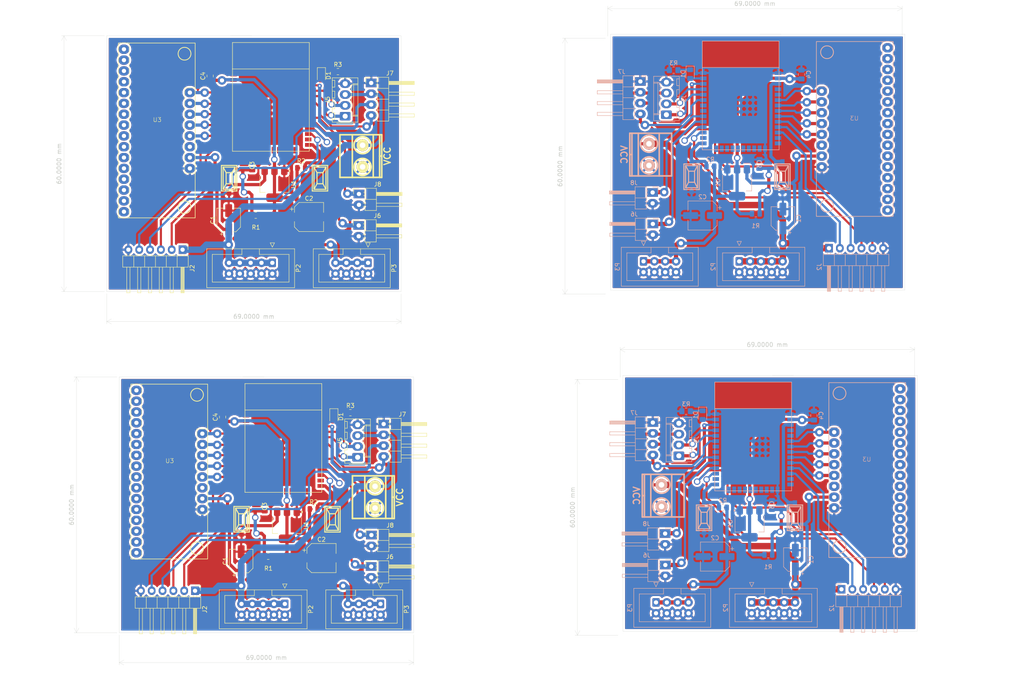
<source format=kicad_pcb>
(kicad_pcb (version 20240108) (generator "pcbnew") (generator_version "8.0")
  (layers (0 "F.Cu" signal) (31 "B.Cu" signal) (34 "B.Paste" user) (35 "F.Paste" user) (36 "B.SilkS" user "B.Silkscreen") (37 "F.SilkS" user "F.Silkscreen") (38 "B.Mask" user) (39 "F.Mask" user) (44 "Edge.Cuts" user))
  (net 0 "")
  (net 1 "+5V")
  (net 2 "GND")
  (net 3 "+3V3")
  (net 4 "/RXD")
  (net 5 "/TXD")
  (net 6 "/BOTON1")
  (net 7 "/SCL")
  (net 8 "/SDA")
  (net 9 "/BOTON2")
  (net 10 "/MULTIPLEXOR1")
  (net 11 "/MULTIPLEXOR2")
  (net 12 "/ENABLE")
  (net 13 "/MULTIPLEXOR4")
  (net 14 "/MULTIPLEXOR3")
  (net 15 "/MULTIPLEXOR5")
  (net 16 "/EN")
  (net 17 "/IOO")
  (net 26 "/MA1")
  (net 30 "Net-(D1-K)")
  (net 31 "/MB2")
  (net 32 "/MB1")
  (net 36 "/MA2")
  (net 38 "Net-(J9-Pin_2)")
  (net 39 "Net-(J9-Pin_5)")
  (net 40 "Net-(J9-Pin_4)")
  (net 41 "Net-(J9-Pin_7)")
  (net 42 "Net-(J9-Pin_6)")
  (net 43 "Net-(J9-Pin_1)")
  (net 44 "Net-(J9-Pin_3)")
  (net 45 "Net-(J9-Pin_8)")
  (net 46 "Net-(J10-Pin_8)")
  (net 47 "Net-(J10-Pin_1)")
  (net 48 "Net-(J10-Pin_4)")
  (net 49 "Net-(J10-Pin_5)")
  (net 50 "Net-(J10-Pin_7)")
  (net 51 "Net-(J10-Pin_3)")
  (net 52 "Net-(J10-Pin_2)")
  (net 53 "Net-(J10-Pin_6)")
  (net 55 "/LED")
  (footprint "EESTN5:Pulsador_SMD_2_ALTO" (layer "F.Cu") (at 106.66 64.845 90)
    (property "Reference" "SW_BOOT1" (hide yes))
    (property "Value" "SW_Push" (hide yes))
  )
  (footprint "Connector_IDC:IDC-Header_2x05_P2.54mm_Vertical" (layer "F.Cu") (at 95.49 84.695 -90)
    (property "Reference" "P2")
    (property "Value" "5vMultiplexor")
  )
  (footprint "Capacitor_SMD:CP_Elec_6.3x5.9" (layer "F.Cu") (at 104.09 73.945)
    (property "Reference" "C2")
    (property "Value" "100uF")
  )
  (footprint "Capacitor_SMD:C_0805_2012Metric_Pad1.18x1.45mm_HandSolder" (layer "F.Cu") (at 83.835 120.87 90)
    (property "Reference" "C4")
    (property "Value" "100nF")
  )
  (footprint "Capacitor_SMD:CP_Elec_5x4.5" (layer "F.Cu") (at 85.26 74.645 90)
    (property "Reference" "C1")
    (property "Value" "10uF")
  )
  (footprint "Resistor_SMD:R_0805_2012Metric_Pad1.20x1.40mm_HandSolder" (layer "F.Cu") (at 110.86 39.845)
    (property "Reference" "R3")
    (property "Value" "2k")
  )
  (footprint "Connector_PinHeader_2.54mm:PinHeader_1x06_P2.54mm_Horizontal" (layer "F.Cu") (at 77.375 161.61 -90)
    (property "Reference" "J2")
    (property "Value" "Motores")
  )
  (footprint "Capacitor_SMD:C_0805_2012Metric_Pad1.18x1.45mm_HandSolder" (layer "F.Cu") (at 93.685 141.845 90)
    (property "Reference" "C3")
    (property "Value" "100nF")
  )
  (footprint "Package_TO_SOT_SMD:SOT-223-3_TabPin2" (layer "F.Cu") (at 95.9925 66.265 -90)
    (property "Reference" "U1")
    (property "Value" "AMS1117-3.3")
  )
  (footprint "EESTN5:Pulsador_SMD_2_ALTO" (layer "F.Cu") (at 85.36 64.845 90)
    (property "Reference" "SW_EN1" (hide yes))
    (property "Value" "SW_Push" (hide yes))
  )
  (footprint "EESTN5:Pulsador_SMD_2_ALTO" (layer "F.Cu") (at 109.585 144.845 90)
    (property "Reference" "SW_BOOT1" (hide yes))
    (property "Value" "SW_Push" (hide yes))
  )
  (footprint "Resistor_SMD:R_0805_2012Metric" (layer "F.Cu") (at 102.26 62.445)
    (property "Reference" "R2")
    (property "Value" "10k")
  )
  (footprint "Connector_Molex:Molex_KK-254_AE-6410-04A_1x04_P2.54mm_Vertical" (layer "F.Cu") (at 112.56 50.305 90)
    (property "Reference" "J5")
    (property "Value" "Programador")
  )
  (footprint "Connector_IDC:IDC-Header_2x05_P2.54mm_Vertical" (layer "F.Cu") (at 98.415 164.695 -90)
    (property "Reference" "P2")
    (property "Value" "5vMultiplexor")
  )
  (footprint "EESTN5:ESP32-WROOM-32E" (layer "F.Cu") (at 98.075 128.77175)
    (property "Reference" "U2" (hide yes))
    (property "Value" "ESP32-WROOM-32E")
  )
  (footprint "LED_SMD:LED_0805_2012Metric_Pad1.15x1.40mm_HandSolder" (layer "F.Cu") (at 106.99 40.765 -90)
    (property "Reference" "D1")
    (property "Value" "LED")
  )
  (footprint "Resistor_SMD:R_0805_2012Metric_Pad1.20x1.40mm_HandSolder" (layer "F.Cu") (at 113.785 119.845)
    (property "Reference" "R3")
    (property "Value" "2k")
  )
  (footprint "Resistor_SMD:R_0805_2012Metric" (layer "F.Cu") (at 105.185 142.445)
    (property "Reference" "R2")
    (property "Value" "10k")
  )
  (footprint "EESTN5:BORNERA2" (layer "F.Cu") (at 119.565 139.655 90)
    (property "Reference" "J1" (hide yes))
    (property "Value" "VCC")
  )
  (footprint "Capacitor_SMD:CP_Elec_6.3x5.9" (layer "F.Cu") (at 107.015 153.945)
    (property "Reference" "C2")
    (property "Value" "100uF")
  )
  (footprint "Resistor_SMD:R_0805_2012Metric" (layer "F.Cu") (at 91.6 73.525 180)
    (property "Reference" "R1")
    (property "Value" "10k")
  )
  (footprint "Connector_Molex:Molex_KK-254_AE-6410-04A_1x04_P2.54mm_Vertical" (layer "F.Cu") (at 115.485 130.305 90)
    (property "Reference" "J5")
    (property "Value" "Programador")
  )
  (footprint "Connector_PinHeader_2.54mm:PinHeader_1x04_P2.54mm_Horizontal" (layer "F.Cu") (at 118.66 42.505)
    (property "Reference" "J7")
    (property "Value" "I2C")
  )
  (footprint "Connector_PinHeader_2.54mm:PinHeader_1x06_P2.54mm_Horizontal" (layer "F.Cu") (at 74.45 81.61 -90)
    (property "Reference" "J2")
    (property "Value" "Motores")
  )
  (footprint "Connector_PinHeader_2.54mm:PinHeader_1x02_P2.54mm_Horizontal" (layer "F.Cu") (at 118.71 148.545)
    (property "Reference" "J8")
    (property "Value" "Boton1")
  )
  (footprint "Mix lib:HP4067_module" (layer "F.Cu") (at 71.385 133.445)
    (property "Reference" "U3")
    (property "Value" "MUX 4067")
  )
  (footprint "EESTN5:BORNERA2" (layer "F.Cu") (at 116.64 59.655 90)
    (property "Reference" "J1" (hide yes))
    (property "Value" "VCC")
  )
  (footprint "Package_TO_SOT_SMD:SOT-223-3_TabPin2" (layer "F.Cu") (at 98.9175 146.265 -90)
    (property "Reference" "U1")
    (property "Value" "AMS1117-3.3")
  )
  (footprint "Capacitor_SMD:C_0805_2012Metric_Pad1.18x1.45mm_HandSolder" (layer "F.Cu") (at 90.76 61.845 90)
    (property "Reference" "C3")
    (property "Value" "100nF")
  )
  (footprint "Resistor_SMD:R_0805_2012Metric" (layer "F.Cu") (at 94.525 153.525 180)
    (property "Reference" "R1")
    (property "Value" "10k")
  )
  (footprint "Capacitor_SMD:CP_Elec_5x4.5" (layer "F.Cu") (at 88.185 154.645 90)
    (property "Reference" "C1")
    (property "Value" "10uF")
  )
  (footprint "Connector_PinHeader_2.54mm:PinHeader_1x02_P2.54mm_Horizontal" (layer "F.Cu") (at 118.66 155.92)
    (property "Reference" "J6")
    (property "Value" "Boton2")
  )
  (footprint "Connector_PinHeader_2.54mm:PinHeader_1x02_P2.54mm_Horizontal" (layer "F.Cu") (at 115.735 75.92)
    (property "Reference" "J6")
    (property "Value" "Boton2")
  )
  (footprint "EESTN5:Pulsador_SMD_2_ALTO" (layer "F.Cu") (at 88.285 144.845 90)
    (property "Reference" "SW_EN1" (hide yes))
    (property "Value" "SW_Push" (hide yes))
  )
  (footprint "Capacitor_SMD:C_0805_2012Metric_Pad1.18x1.45mm_HandSolder" (layer "F.Cu") (at 80.91 40.87 90)
    (property "Reference" "C4")
    (property "Value" "100nF")
  )
  (footprint "Connector_PinHeader_2.54mm:PinHeader_1x02_P2.54mm_Horizontal" (layer "F.Cu") (at 115.785 68.545)
    (property "Reference" "J8")
    (property "Value" "Boton1")
  )
  (footprint "Connector_PinHeader_2.54mm:PinHeader_1x04_P2.54mm_Horizontal" (layer "F.Cu") (at 121.585 122.505)
    (property "Reference" "J7")
    (property "Value" "I2C")
  )
  (footprint "Connector_IDC:IDC-Header_2x04_P2.54mm_Vertical" (layer "F.Cu") (at 120.845 164.695 -90)
    (property "Reference" "P3")
    (property "Value" "5vMultiplexor")
  )
  (footprint "LED_SMD:LED_0805_2012Metric_Pad1.15x1.40mm_HandSolder" (layer "F.Cu") (at 109.915 120.765 -90)
    (property "Reference" "D1")
    (property "Value" "LED")
  )
  (footprint "EESTN5:ESP32-WROOM-32E" (layer "F.Cu") (at 95.15 48.77175)
    (property "Reference" "U2" (hide yes))
    (property "Value" "ESP32-WROOM-32E")
  )
  (footprint "Connector_IDC:IDC-Header_2x04_P2.54mm_Vertical" (layer "F.Cu") (at 117.92 84.695 -90)
    (property "Reference" "P3")
    (property "Value" "5vMultiplexor")
  )
  (footprint "Mix lib:HP4067_module" (layer "F.Cu") (at 68.46 53.445)
    (property "Reference" "U3")
    (property "Value" "MUX 4067")
  )
  (footprint "Connector_PinHeader_2.54mm:PinHeader_1x02_P2.54mm_Horizontal" (layer "B.Cu") (at 187.599428 155.57 180)
    (property "Reference" "J6")
    (property "Value" "Boton2")
  )
  (footprint "Package_TO_SOT_SMD:SOT-223-3_TabPin2" (layer "B.Cu") (at 204.416928 65.915 -90)
    (property "Reference" "U1")
    (property "Value" "AMS1117-3.3")
  )
  (footprint "EESTN5:Pulsador_SMD_2_ALTO" (layer "B.Cu") (at 193.749428 64.495 90)
    (property "Reference" "SW_BOOT1" (hide yes))
    (property "Value" "SW_Push" (hide yes))
  )
  (footprint "Connector_PinHeader_2.54mm:PinHeader_1x06_P2.54mm_Horizontal" (layer "B.Cu") (at 228.884428 161.26 -90)
    (property "Reference" "J2")
    (property "Value" "Motores")
  )
  (footprint "Capacitor_SMD:CP_Elec_5x4.5" (layer "B.Cu") (at 218.074428 154.295 90)
    (property "Reference" "C1")
    (property "Value" "10uF")
  )
  (footprint "EESTN5:ESP32-WROOM-32E" (layer "B.Cu") (at 205.259428 48.42175 180)
    (property "Reference" "U2" (hide yes))
    (property "Value" "ESP32-WROOM-32E")
  )
  (footprint "Connector_PinHeader_2.54mm:PinHeader_1x04_P2.54mm_Horizontal" (layer "B.Cu") (at 181.749428 42.155 180)
    (property "Reference" "J7")
    (property "Value" "I2C")
  )
  (footprint "Resistor_SMD:R_0805_2012Metric" (layer "B.Cu") (at 211.734428 153.175)
    (property "Reference" "R1")
    (property "Value" "10k")
  )
  (footprint "Resistor_SMD:R_0805_2012Metric_Pad1.20x1.40mm_HandSolder" (layer "B.Cu") (at 192.474428 119.495 180)
    (property "Reference" "R3")
    (property "Value" "2k")
  )
  (footprint "Package_TO_SOT_SMD:SOT-223-3_TabPin2" (layer "B.Cu") (at 207.341928 145.915 -90)
    (property "Reference" "U1")
    (property "Value" "AMS1117-3.3")
  )
  (footprint "Capacitor_SMD:C_0805_2012Metric_Pad1.18x1.45mm_HandSolder" (layer "B.Cu") (at 209.649428 61.495 90)
    (property "Reference" "C3")
    (property "Value" "100nF")
  )
  (footprint "Connector_IDC:IDC-Header_2x04_P2.54mm_Vertical" (layer "B.Cu") (at 185.414428 164.345 -90)
    (property "Reference" "P3")
    (property "Value" "5vMultiplexor")
  )
  (footprint "LED_SMD:LED_0805_2012Metric_Pad1.15x1.40mm_HandSolder" (layer "B.Cu") (at 196.344428 120.415 -90)
    (property "Reference" "D1")
    (property "Value" "LED")
  )
  (footprint "Connector_IDC:IDC-Header_2x04_P2.54mm_Vertical" (layer "B.Cu") (at 182.489428 84.345 -90)
    (property "Reference" "P3")
    (property "Value" "5vMultiplexor")
  )
  (footprint "Connector_IDC:IDC-Header_2x05_P2.54mm_Vertical" (layer "B.Cu") (at 204.919428 84.345 -90)
    (property "Reference" "P2")
    (property "Value" "5vMultiplexor")
  )
  (footprint "Connector_PinHeader_2.54mm:PinHeader_1x02_P2.54mm_Horizontal" (layer "B.Cu") (at 187.549428 148.195 180)
    (property "Reference" "J8")
    (property "Value" "Boton1")
  )
  (footprint "Mix lib:HP4067_module" (layer "B.Cu") (at 234.874428 133.095 180)
    (property "Reference" "U3")
    (property "Value" "MUX 4067")
  )
  (footprint "Connector_PinHeader_2.54mm:PinHeader_1x04_P2.54mm_Horizontal" (layer "B.Cu") (at 184.674428 122.155 180)
    (property "Reference" "J7")
    (property "Value" "I2C")
  )
  (footprint "Resistor_SMD:R_0805_2012Metric_Pad1.20x1.40mm_HandSolder" (layer "B.Cu") (at 189.549428 39.495 180)
    (property "Reference" "R3")
    (property "Value" "2k")
  )
  (footprint "Connector_IDC:IDC-Header_2x05_P2.54mm_Vertical" (layer "B.Cu") (at 207.844428 164.345 -90)
    (property "Reference" "P2")
    (property "Value" "5vMultiplexor")
  )
  (footprint "Resistor_SMD:R_0805_2012Metric" (layer "B.Cu") (at 201.074428 142.095 180)
    (property "Reference" "R2")
    (property "Value" "10k")
  )
  (footprint "Capacitor_SMD:CP_Elec_5x4.5" (layer "B.Cu") (at 215.149428 74.295 90)
    (property "Reference" "C1")
    (property "Value" "10uF")
  )
  (footprint "Connector_Molex:Molex_KK-254_AE-6410-04A_1x04_P2.54mm_Vertical" (layer "B.Cu") (at 187.849428 49.955 90)
    (property "Reference" "J5")
    (property "Value" "Programador")
  )
  (footprint "Capacitor_SMD:C_0805_2012Metric_Pad1.18x1.45mm_HandSolder" (layer "B.Cu") (at 222.424428 120.52 90)
    (property "Reference" "C4")
    (property "Value" "100nF")
  )
  (footprint "EESTN5:Pulsador_SMD_2_ALTO" (layer "B.Cu") (at 217.974428 144.495 90)
    (property "Reference" "SW_EN1" (hide yes))
    (property "Value" "SW_Push" (hide yes))
  )
  (footprint "Capacitor_SMD:C_0805_2012Metric_Pad1.18x1.45mm_HandSolder" (layer "B.Cu") (at 212.574428 141.495 90)
    (property "Reference" "C3")
    (property "Value" "100nF")
  )
  (footprint "Connector_Molex:Molex_KK-254_AE-6410-04A_1x04_P2.54mm_Vertical" (layer "B.Cu") (at 190.774428 129.955 90)
    (property "Reference" "J5")
    (property "Value" "Programador")
  )
  (footprint "Connector_PinHeader_2.54mm:PinHeader_1x02_P2.54mm_Horizontal" (layer "B.Cu") (at 184.624428 68.195 180)
    (property "Reference" "J8")
    (property "Value" "Boton1")
  )
  (footprint "EESTN5:BORNERA2" (layer "B.Cu") (at 186.694428 139.305 90)
    (property "Reference" "J1" (hide yes))
    (property "Value" "VCC")
  )
  (footprint "EESTN5:BORNERA2" (layer "B.Cu") (at 183.769428 59.305 90)
    (property "Reference" "J1" (hide yes))
    (property "Value" "VCC")
  )
  (footprint "Capacitor_SMD:C_0805_2012Metric_Pad1.18x1.45mm_HandSolder" (layer "B.Cu") (at 219.499428 40.52 90)
    (property "Reference" "C4")
    (property "Value" "100nF")
  )
  (footprint "LED_SMD:LED_0805_2012Metric_Pad1.15x1.40mm_HandSolder" (layer "B.Cu") (at 193.419428 40.415 -90)
    (property "Reference" "D1")
    (property "Value" "LED")
  )
  (footprint "EESTN5:Pulsador_SMD_2_ALTO" (layer "B.Cu") (at 196.674428 144.495 90)
    (property "Reference" "SW_BOOT1" (hide yes))
    (property "Value" "SW_Push" (hide yes))
  )
  (footprint "Connector_PinHeader_2.54mm:PinHeader_1x02_P2.54mm_Horizontal" (layer "B.Cu") (at 184.674428 75.57 180)
    (property "Reference" "J6")
    (property "Value" "Boton2")
  )
  (footprint "EESTN5:Pulsador_SMD_2_ALTO" (layer "B.Cu") (at 215.049428 64.495 90)
    (property "Reference" "SW_EN1" (hide yes))
    (property "Value" "SW_Push" (hide yes))
  )
  (footprint "Capacitor_SMD:CP_Elec_6.3x5.9" (layer "B.Cu") (at 196.319428 73.595 180)
    (property "Reference" "C2")
    (property "Value" "100uF")
  )
  (footprint "Mix lib:HP4067_module" (layer "B.Cu") (at 231.949428 53.095 180)
    (property "Reference" "U3")
    (property "Value" "MUX 4067")
  )
  (footprint "Capacitor_SMD:CP_Elec_6.3x5.9" (layer "B.Cu") (at 199.244428 153.595 180)
    (property "Reference" "C2")
    (property "Value" "100uF")
  )
  (footprint "Resistor_SMD:R_0805_2012Metric" (layer "B.Cu") (at 208.809428 73.175)
    (property "Reference" "R1")
    (property "Value" "10k")
  )
  (footprint "EESTN5:ESP32-WROOM-32E" (layer "B.Cu") (at 208.184428 128.42175 180)
    (property "Reference" "U2" (hide yes))
    (property "Value" "ESP32-WROOM-32E")
  )
  (footprint "Connector_PinHeader_2.54mm:PinHeader_1x06_P2.54mm_Horizontal" (layer "B.Cu") (at 225.959428 81.26 -90)
    (property "Reference" "J2")
    (property "Value" "Motores")
  )
  (footprint "Resistor_SMD:R_0805_2012Metric" (layer "B.Cu") (at 198.149428 62.095 180)
    (property "Reference" "R2")
    (property "Value" "10k")
  )
  (gr_line (start 56.66 31.445) (end 56.66 91.445) (stroke (width 0.05)) (layer "Edge.Cuts"))
  (gr_line (start 128.585 111.445) (end 88.585 111.445) (stroke (width 0.05)) (layer "Edge.Cuts"))
  (gr_line (start 246.674428 171.095) (end 177.674428 171.095) (stroke (width 0.05)) (layer "Edge.Cuts"))
  (gr_line (start 59.585 171.445) (end 128.585 171.445) (stroke (width 0.05)) (layer "Edge.Cuts"))
  (gr_line (start 243.749428 91.095) (end 174.749428 91.095) (stroke (width 0.05)) (layer "Edge.Cuts"))
  (gr_line (start 177.674428 111.095) (end 217.674428 111.095) (stroke (width 0.05)) (layer "Edge.Cuts"))
  (gr_line (start 59.585 111.445) (end 59.585 171.445) (stroke (width 0.05)) (layer "Edge.Cuts"))
  (gr_line (start 177.674428 171.095) (end 177.674428 111.095) (stroke (width 0.05)) (layer "Edge.Cuts"))
  (gr_line (start 212.674428 111.095) (end 246.674428 111.095) (stroke (width 0.05)) (layer "Edge.Cuts"))
  (gr_line (start 246.674428 111.095) (end 246.674428 171.095) (stroke (width 0.05)) (layer "Edge.Cuts"))
  (gr_line (start 243.749428 31.095) (end 243.749428 91.095) (stroke (width 0.05)) (layer "Edge.Cuts"))
  (gr_line (start 93.585 111.445) (end 59.585 111.445) (stroke (width 0.05)) (layer "Edge.Cuts"))
  (gr_line (start 56.66 91.445) (end 125.66 91.445) (stroke (width 0.05)) (layer "Edge.Cuts"))
  (gr_line (start 125.66 31.445) (end 85.66 31.445) (stroke (width 0.05)) (layer "Edge.Cuts"))
  (gr_line (start 128.585 171.445) (end 128.585 111.445) (stroke (width 0.05)) (layer "Edge.Cuts"))
  (gr_line (start 174.749428 31.095) (end 214.749428 31.095) (stroke (width 0.05)) (layer "Edge.Cuts"))
  (gr_line (start 209.749428 31.095) (end 243.749428 31.095) (stroke (width 0.05)) (layer "Edge.Cuts"))
  (gr_line (start 125.66 91.445) (end 125.66 31.445) (stroke (width 0.05)) (layer "Edge.Cuts"))
  (gr_line (start 174.749428 91.095) (end 174.749428 31.095) (stroke (width 0.05)) (layer "Edge.Cuts"))
  (gr_line (start 90.66 31.445) (end 56.66 31.445) (stroke (width 0.05)) (layer "Edge.Cuts"))
  (dimension (type aligned) (layer "Edge.Cuts") (pts (xy 177.01 112.045712) (xy 177.01 172.045712)) (height 10) (gr_text "60.0000 mm" (at 165.86 142.045712 90) (layer "Edge.Cuts") (effects (font (size 1 1) (thickness 0.15)))) (format (prefix "") (suffix "") (units 3) (units_format 1) (precision 4)) (style (thickness 0.05) (arrow_length 1.27) (text_position_mode 0) (extension_height 0.58642) (extension_offset 0.5) keep_text_aligned))
  (dimension (type aligned) (layer "Edge.Cuts") (pts (xy 174.085 32.045712) (xy 174.085 92.045712)) (height 10) (gr_text "60.0000 mm" (at 162.935 62.045712 90) (layer "Edge.Cuts") (effects (font (size 1 1) (thickness 0.15)))) (format (prefix "") (suffix "") (units 3) (units_format 1) (precision 4)) (style (thickness 0.05) (arrow_length 1.27) (text_position_mode 0) (extension_height 0.58642) (extension_offset 0.5) keep_text_aligned))
  (dimension (type aligned) (layer "Edge.Cuts") (pts (xy 56.66 91.445) (xy 125.66 91.445)) (height 7) (gr_text "69.0000 mm" (at 91.16 97.295 0) (layer "Edge.Cuts") (effects (font (size 1 1) (thickness 0.15)))) (format (prefix "") (suffix "") (units 3) (units_format 1) (precision 4)) (style (thickness 0.05) (arrow_length 1.27) (text_position_mode 0) (extension_height 0.58642) (extension_offset 0.5) keep_text_aligned))
  (dimension (type aligned) (layer "Edge.Cuts") (pts (xy 59.585 171.445) (xy 59.585 111.445)) (height -10) (gr_text "60.0000 mm" (at 48.435 141.445 90) (layer "Edge.Cuts") (effects (font (size 1 1) (thickness 0.15)))) (format (prefix "") (suffix "") (units 3) (units_format 1) (precision 4)) (style (thickness 0.05) (arrow_length 1.27) (text_position_mode 0) (extension_height 0.58642) (extension_offset 0.5) keep_text_aligned))
  (dimension (type aligned) (layer "Edge.Cuts") (pts (xy 174.085 32.045712) (xy 243.085 32.045712)) (height -7) (gr_text "69.0000 mm" (at 208.585 23.895712 0) (layer "Edge.Cuts") (effects (font (size 1 1) (thickness 0.15)))) (format (prefix "") (suffix "") (units 3) (units_format 1) (precision 4)) (style (thickness 0.05) (arrow_length 1.27) (text_position_mode 0) (extension_height 0.58642) (extension_offset 0.5) keep_text_aligned))
  (dimension (type aligned) (layer "Edge.Cuts") (pts (xy 59.585 171.445) (xy 128.585 171.445)) (height 7) (gr_text "69.0000 mm" (at 94.085 177.295 0) (layer "Edge.Cuts") (effects (font (size 1 1) (thickness 0.15)))) (format (prefix "") (suffix "") (units 3) (units_format 1) (precision 4)) (style (thickness 0.05) (arrow_length 1.27) (text_position_mode 0) (extension_height 0.58642) (extension_offset 0.5) keep_text_aligned))
  (dimension (type aligned) (layer "Edge.Cuts") (pts (xy 177.01 112.045712) (xy 246.01 112.045712)) (height -7) (gr_text "69.0000 mm" (at 211.51 103.895712 0) (layer "Edge.Cuts") (effects (font (size 1 1) (thickness 0.15)))) (format (prefix "") (suffix "") (units 3) (units_format 1) (precision 4)) (style (thickness 0.05) (arrow_length 1.27) (text_position_mode 0) (extension_height 0.58642) (extension_offset 0.5) keep_text_aligned))
  (dimension (type aligned) (layer "Edge.Cuts") (pts (xy 56.66 91.445) (xy 56.66 31.445)) (height -10) (gr_text "60.0000 mm" (at 45.51 61.445 90) (layer "Edge.Cuts") (effects (font (size 1 1) (thickness 0.15)))) (format (prefix "") (suffix "") (units 3) (units_format 1) (precision 4)) (style (thickness 0.05) (arrow_length 1.27) (text_position_mode 0) (extension_height 0.58642) (extension_offset 0.5) keep_text_aligned))
  (segment (start 186.694428 136.765) (end 183.774428 136.765) (width 0.75) (layer "F.Cu") (net 1))
  (segment (start 85.435 146.795) (end 85.885 146.345) (width 0.75) (layer "F.Cu") (net 1))
  (segment (start 188.069428 44.875) (end 188.289428 44.655) (width 0.75) (layer "F.Cu") (net 1))
  (segment (start 88.185 156.845) (end 88.185 160.445) (width 0.75) (layer "F.Cu") (net 1))
  (segment (start 85.435 155.315) (end 85.435 146.795) (width 0.75) (layer "F.Cu") (net 1))
  (segment (start 218.349428 59.595) (end 218.409428 59.655) (width 0.75) (layer "F.Cu") (net 1))
  (segment (start 85.26 80.445) (end 85.26 80.545) (width 0.75) (layer "F.Cu") (net 1))
  (segment (start 214.634428 151.145) (end 218.074428 154.585) (width 1.5) (layer "F.Cu") (net 1))
  (segment (start 223.294428 160.095) (end 218.074428 160.095) (width 1.5) (layer "F.Cu") (net 1))
  (segment (start 202.299428 71.145) (end 211.709428 71.145) (width 1.5) (layer "F.Cu") (net 1))
  (segment (start 84.04 76.845) (end 82.51 75.315) (width 0.75) (layer "F.Cu") (net 1))
  (segment (start 183.769428 56.765) (end 180.849428 56.765) (width 0.75) (layer "F.Cu") (net 1))
  (segment (start 215.149428 84.275) (end 215.079428 84.345) (width 1.5) (layer "F.Cu") (net 1))
  (segment (start 190.994428 124.875) (end 191.214428 124.655) (width 0.75) (layer "F.Cu") (net 1))
  (segment (start 186.694428 136.765) (end 190.844428 136.765) (width 1.5) (layer "F.Cu") (net 1))
  (segment (start 228.884428 161.26) (end 224.459428 161.26) (width 1.5) (layer "F.Cu") (net 1))
  (segment (start 88.185 160.445) (end 88.185 160.545) (width 0.75) (layer "F.Cu") (net 1))
  (segment (start 190.844428 136.765) (end 205.224428 151.145) (width 1.5) (layer "F.Cu") (net 1))
  (segment (start 96.6175 145.3125) (end 95.585 146.345) (width 0.75) (layer "F.Cu") (net 1))
  (segment (start 180.119428 44.875) (end 188.069428 44.875) (width 0.75) (layer "F.Cu") (net 1))
  (segment (start 183.769428 56.765) (end 187.919428 56.765) (width 1.5) (layer "F.Cu") (net 1))
  (segment (start 220.369428 80.095) (end 215.149428 80.095) (width 1.5) (layer "F.Cu") (net 1))
  (segment (start 182.374428 135.365) (end 182.374428 125.545) (width 0.75) (layer "F.Cu") (net 1))
  (segment (start 93.6925 63.115) (end 93.6925 65.3125) (width 0.75) (layer "F.Cu") (net 1))
  (segment (start 205.224428 151.145) (end 214.634428 151.145) (width 1.5) (layer "F.Cu") (net 1))
  (segment (start 179.449428 55.365) (end 179.449428 45.545) (width 0.75) (layer "F.Cu") (net 1))
  (segment (start 221.534428 81.26) (end 220.369428 80.095) (width 1.5) (layer "F.Cu") (net 1))
  (segment (start 86.965 156.845) (end 85.435 155.315) (width 0.75) (layer "F.Cu") (net 1))
  (segment (start 88.185 156.845) (end 86.965 156.845) (width 0.75) (layer "F.Cu") (net 1))
  (segment (start 215.149428 74.585) (end 215.149428 80.095) (width 1.5) (layer "F.Cu") (net 1))
  (segment (start 187.919428 56.765) (end 202.299428 71.145) (width 1.5) (layer "F.Cu") (net 1))
  (segment (start 218.084428 160.085) (end 218.074428 160.095) (width 0.75) (layer "F.Cu") (net 1))
  (segment (start 218.004428 164.345) (end 207.844428 164.345) (width 1.5) (layer "F.Cu") (net 1))
  (segment (start 180.849428 56.765) (end 179.449428 55.365) (width 0.75) (layer "F.Cu") (net 1))
  (segment (start 183.044428 124.875) (end 190.994428 124.875) (width 0.75) (layer "F.Cu") (net 1))
  (segment (start 225.959428 81.26) (end 221.534428 81.26) (width 1.5) (layer "F.Cu") (net 1))
  (segment (start 92.66 66.345) (end 82.96 66.345) (width 0.75) (layer "F.Cu") (net 1))
  (segment (start 179.449428 45.545) (end 180.119428 44.875) (width 0.75) (layer "F.Cu") (net 1))
  (segment (start 82.51 66.795) (end 82.96 66.345) (width 0.75) (layer "F.Cu") (net 1))
  (segment (start 85.26 76.845) (end 84.04 76.845) (width 0.75) (layer "F.Cu") (net 1))
  (segment (start 93.6925 65.3125) (end 92.66 66.345) (width 0.75) (layer "F.Cu") (net 1))
  (segment (start 84.985 145.445) (end 85.885 146.345) (width 0.75) (layer "F.Cu") (net 1))
  (segment (start 183.774428 136.765) (end 182.374428 135.365) (width 0.75) (layer "F.Cu") (net 1))
  (segment (start 182.374428 125.545) (end 183.044428 124.875) (width 0.75) (layer "F.Cu") (net 1))
  (segment (start 96.6175 143.115) (end 96.6175 145.3125) (width 0.75) (layer "F.Cu") (net 1))
  (segment (start 85.26 76.845) (end 85.26 80.445) (width 0.75) (layer "F.Cu") (net 1))
  (segment (start 84.985 139.945) (end 84.985 145.445) (width 0.75) (layer "F.Cu") (net 1))
  (segment (start 215.079428 84.345) (end 204.919428 84.345) (width 1.5) (layer "F.Cu") (net 1))
  (segment (start 218.074428 164.275) (end 218.004428 164.345) (width 1.5) (layer "F.Cu") (net 1))
  (segment (start 82.51 75.315) (end 82.51 66.795) (width 0.75) (layer "F.Cu") (net 1))
  (segment (start 218.074428 160.095) (end 218.074428 164.275) (width 1.5) (layer "F.Cu") (net 1))
  (segment (start 224.459428 161.26) (end 223.294428 160.095) (width 1.5) (layer "F.Cu") (net 1))
  (segment (start 218.074428 154.585) (end 218.074428 160.095) (width 1.5) (layer "F.Cu") (net 1))
  (segment (start 82.06 65.445) (end 82.96 66.345) (width 0.75) (layer "F.Cu") (net 1))
  (segment (start 211.709428 71.145) (end 215.149428 74.585) (width 1.5) (layer "F.Cu") (net 1))
  (segment (start 215.159428 80.085) (end 215.149428 80.095) (width 0.75) (layer "F.Cu") (net 1))
  (segment (start 221.334428 139.655) (end 226.304428 139.655) (width 0.75) (layer "F.Cu") (net 1))
  (segment (start 95.585 146.345) (end 85.885 146.345) (width 0.75) (layer "F.Cu") (net 1))
  (segment (start 221.274428 139.595) (end 221.334428 139.655) (width 0.75) (layer "F.Cu") (net 1))
  (segment (start 82.06 59.945) (end 82.06 65.445) (width 0.75) (layer "F.Cu") (net 1))
  (segment (start 215.149428 80.095) (end 215.149428 84.275) (width 1.5) (layer "F.Cu") (net 1))
  (segment (start 218.409428 59.655) (end 223.379428 59.655) (width 0.75) (layer "F.Cu") (net 1))
  (via (at 218.349428 59.595) (size 2) (drill 1) (layers "F.Cu" "B.Cu") (net 1))
  (via (at 82.06 59.945) (size 2) (drill 1) (layers "F.Cu" "B.Cu") (net 1))
  (via (at 221.274428 139.595) (size 2) (drill 1) (layers "F.Cu" "B.Cu") (net 1))
  (via (at 84.985 139.945) (size 2) (drill 1) (layers "F.Cu" "B.Cu") (net 1))
  (via (at 88.185 160.445) (size 2) (drill 1) (layers "F.Cu" "B.Cu") (net 1))
  (via (at 218.074428 160.095) (size 2) (drill 1) (layers "F.Cu" "B.Cu") (net 1))
  (via (at 85.26 80.445) (size 2) (drill 1) (layers "F.Cu" "B.Cu") (net 1))
  (via (at 215.149428 80.095) (size 2) (drill 1) (layers "F.Cu" "B.Cu") (net 1))
  (segment (start 218.349428 65.095) (end 217.449428 65.995) (width 0.75) (layer "B.Cu") (net 1))
  (segment (start 82.965 160.445) (end 88.185 160.445) (width 1.5) (layer "B.Cu") (net 1))
  (segment (start 88.185 160.445) (end 88.185 164.625) (width 1.5) (layer "B.Cu") (net 1))
  (segment (start 210.674428 145.995) (end 220.374428 145.995) (width 0.75) (layer "B.Cu") (net 1))
  (segment (start 119.565 137.115) (end 115.415 137.115) (width 1.5) (layer "B.Cu") (net 1))
  (segment (start 112.34 45.225) (end 112.12 45.005) (width 0.75) (layer "B.Cu") (net 1))
  (segment (start 215.149428 76.495) (end 216.369428 76.495) (width 0.75) (layer "B.Cu") (net 1))
  (segment (start 209.641928 142.765) (end 209.641928 144.9625) (width 0.75) (layer "B.Cu") (net 1))
  (segment (start 123.885 125.895) (end 123.215 125.225) (width 0.75) (layer "B.Cu") (net 1))
  (segment (start 84.925 140.005) (end 79.955 140.005) (width 0.75) (layer "B.Cu") (net 1))
  (segment (start 98.11 71.495) (end 88.7 71.495) (width 1.5) (layer "B.Cu") (net 1))
  (segment (start 85.26 84.625) (end 85.33 84.695) (width 1.5) (layer "B.Cu") (net 1))
  (segment (start 88.185 154.935) (end 88.185 160.445) (width 1.5) (layer "B.Cu") (net 1))
  (segment (start 88.7 71.495) (end 85.26 74.935) (width 1.5) (layer "B.Cu") (net 1))
  (segment (start 120.96 45.895) (end 120.29 45.225) (width 0.75) (layer "B.Cu") (net 1))
  (segment (start 115.415 137.115) (end 101.035 151.495) (width 1.5) (layer "B.Cu") (net 1))
  (segment (start 85.26 74.935) (end 85.26 80.445) (width 1.5) (layer "B.Cu") (net 1))
  (segment (start 206.716928 64.9625) (end 207.749428 65.995) (width 0.75) (layer "B.Cu") (net 1))
  (segment (start 74.45 81.61) (end 78.875 81.61) (width 1.5) (layer "B.Cu") (net 1))
  (segment (start 112.49 57.115) (end 98.11 71.495) (width 1.5) (layer "B.Cu") (net 1))
  (segment (start 219.294428 156.495) (end 220.824428 154.965) (width 0.75) (layer "B.Cu") (net 1))
  (segment (start 218.074428 156.495) (end 219.294428 156.495) (width 0.75) (layer "B.Cu") (net 1))
  (segment (start 119.565 137.115) (end 122.485 137.115) (width 0.75) (layer "B.Cu") (net 1))
  (segment (start 218.074428 156.495) (end 218.074428 160.095) (width 0.75) (layer "B.Cu") (net 1))
  (segment (start 85.25 80.435) (end 85.26 80.445) (width 0.75) (layer "B.Cu") (net 1))
  (segment (start 221.274428 145.095) (end 220.374428 145.995) (width 0.75) (layer "B.Cu") (net 1))
  (segment (start 82 60.005) (end 77.03 60.005) (width 0.75) (layer "B.Cu") (net 1))
  (segment (start 215.149428 80.095) (end 215.149428 80.195) (width 0.75) (layer "B.Cu") (net 1))
  (segment (start 218.074428 160.095) (end 218.074428 160.195) (width 0.75) (layer "B.Cu") (net 1))
  (segment (start 88.255 164.695) (end 98.415 164.695) (width 1.5) (layer "B.Cu") (net 1))
  (segment (start 217.899428 66.445) (end 217.449428 65.995) (width 0.75) (layer "B.Cu") (net 1))
  (segment (start 220.824428 146.445) (end 220.374428 145.995) (width 0.75) (layer "B.Cu") (net 1))
  (segment (start 221.274428 139.595) (end 221.274428 145.095) (width 0.75) (layer "B.Cu") (net 1))
  (segment (start 120.29 45.225) (end 112.34 45.225) (width 0.75) (layer "B.Cu") (net 1))
  (segment (start 220.824428 154.965) (end 220.824428 146.445) (width 0.75) (layer "B.Cu") (net 1))
  (segment (start 218.349428 59.595) (end 218.349428 65.095) (width 0.75) (layer "B.Cu") (net 1))
  (segment (start 217.899428 74.965) (end 217.899428 66.445) (width 0.75) (layer "B.Cu") (net 1))
  (segment (start 101.035 151.495) (end 91.625 151.495) (width 1.5) (layer "B.Cu") (net 1))
  (segment (start 209.641928 144.9625) (end 210.674428 145.995) (width 0.75) (layer "B.Cu") (net 1))
  (segment (start 116.64 57.115) (end 112.49 57.115) (width 1.5) (layer "B.Cu") (net 1))
  (segment (start 119.56 57.115) (end 120.96 55.715) (width 0.75) (layer "B.Cu") (net 1))
  (segment (start 123.885 135.715) (end 123.885 125.895) (width 0.75) (layer "B.Cu") (net 1))
  (segment (start 85.33 84.695) (end 95.49 84.695) (width 1.5) (layer "B.Cu") (net 1))
  (segment (start 84.985 139.945) (end 84.925 140.005) (width 0.75) (layer "B.Cu") (net 1))
  (segment (start 91.625 151.495) (end 88.185 154.935) (width 1.5) (layer "B.Cu") (net 1))
  (segment (start 80.04 80.445) (end 85.26 80.445) (width 1.5) (layer "B.Cu") (net 1))
  (segment (start 215.149428 76.495) (end 215.149428 80.095) (width 0.75) (layer "B.Cu") (net 1))
  (segment (start 78.875 81.61) (end 80.04 80.445) (width 1.5) (layer "B.Cu") (net 1))
  (segment (start 88.185 164.625) (end 88.255 164.695) (width 1.5) (layer "B.Cu") (net 1))
  (segment (start 216.369428 76.495) (end 217.899428 74.965) (width 0.75) (layer "B.Cu") (net 1))
  (segment (start 115.265 125.225) (end 115.045 125.005) (width 0.75) (layer "B.Cu") (net 1))
  (segment (start 85.26 80.445) (end 85.26 84.625) (width 1.5) (layer "B.Cu") (net 1))
  (segment (start 81.8 161.61) (end 82.965 160.445) (width 1.5) (layer "B.Cu") (net 1))
  (segment (start 82.06 59.945) (end 82 60.005) (width 0.75) (layer "B.Cu") (net 1))
  (segment (start 120.96 55.715) (end 120.96 45.895) (width 0.75) (layer "B.Cu") (net 1))
  (segment (start 206.716928 62.765) (end 206.716928 64.9625) (width 0.75) (layer "B.Cu") (net 1))
  (segment (start 122.485 137.115) (end 123.885 135.715) (width 0.75) (layer "B.Cu") (net 1))
  (segment (start 116.64 57.115) (end 119.56 57.115) (width 0.75) (layer "B.Cu") (net 1))
  (segment (start 77.375 161.61) (end 81.8 161.61) (width 1.5) (layer "B.Cu") (net 1))
  (segment (start 207.749428 65.995) (end 217.449428 65.995) (width 0.75) (layer "B.Cu") (net 1))
  (segment (start 123.215 125.225) (end 115.265 125.225) (width 0.75) (layer "B.Cu") (net 1))
  (segment (start 88.175 160.435) (end 88.185 160.445) (width 0.75) (layer "B.Cu") (net 1))
  (segment (start 111.685 39.62) (end 111.86 39.445) (width 0.5) (layer "F.Cu") (net 2))
  (segment (start 114.61 119.62) (end 114.785 119.445) (width 0.5) (layer "F.Cu") (net 2))
  (segment (start 188.724428 39.27) (end 188.549428 39.095) (width 0.5) (layer "B.Cu") (net 2))
  (segment (start 191.649428 119.27) (end 191.474428 119.095) (width 0.5) (layer "B.Cu") (net 2))
  (segment (start 95.18 73.525) (end 95.9925 72.7125) (width 0.75) (layer "F.Cu") (net 3))
  (segment (start 209.149428 41.395) (end 215.949428 41.395) (width 0.75) (layer "F.Cu") (net 3))
  (segment (start 98.9175 140.4125) (end 98.9175 140.3275) (width 0.75) (layer "F.Cu") (net 3))
  (segment (start 83.86 121.8825) (end 85.685 121.8825) (width 0.75) (layer "F.Cu") (net 3))
  (segment (start 190.109428 84.345) (end 182.489428 84.345) (width 1) (layer "F.Cu") (net 3))
  (segment (start 98.9175 149.415) (end 103.485 149.415) (width 0.75) (layer "F.Cu") (net 3))
  (segment (start 95.9925 72.7125) (end 95.9925 69.415) (width 0.75) (layer "F.Cu") (net 3))
  (segment (start 103.76 80.445) (end 101.29 77.975) (width 0.75) (layer "F.Cu") (net 3))
  (segment (start 95.9925 60.4775) (end 95.96 60.445) (width 0.75) (layer "F.Cu") (net 3))
  (segment (start 204.449428 46.095) (end 209.149428 41.395) (width 0.75) (layer "F.Cu") (net 3))
  (segment (start 98.9175 140.4775) (end 98.885 140.445) (width 0.75) (layer "F.Cu") (net 3))
  (segment (start 103.485 149.415) (end 104.215 150.145) (width 0.75) (layer "F.Cu") (net 3))
  (segment (start 95.9925 63.115) (end 95.9925 69.415) (width 0.75) (layer "F.Cu") (net 3))
  (segment (start 101.6475 62.445) (end 101.29 62.8025) (width 0.75) (layer "F.Cu") (net 3))
  (segment (start 86.61 121.9075) (end 83.835 121.9075) (width 0.75) (layer "F.Cu") (net 3))
  (segment (start 83.80575 41.78675) (end 86.4 41.78675) (width 0.75) (layer "F.Cu") (net 3))
  (segment (start 83.835 121.9075) (end 83.86 121.8825) (width 0.75) (layer "F.Cu") (net 3))
  (segment (start 95.4375 153.525) (end 98.105 153.525) (width 0.75) (layer "F.Cu") (net 3))
  (segment (start 193.034428 160.485) (end 193.034428 164.345) (width 1) (layer "F.Cu") (net 3))
  (segment (start 98.885 140.445) (end 98.9175 140.4125) (width 0.75) (layer "F.Cu") (net 3))
  (segment (start 207.374428 140.095) (end 207.374428 126.095) (width 0.75) (layer "F.Cu") (net 3))
  (segment (start 104.215 150.975) (end 104.215 153.945) (width 0.75) (layer "F.Cu") (net 3))
  (segment (start 95.9925 60.4125) (end 95.9925 60.3275) (width 0.75) (layer "F.Cu") (net 3))
  (segment (start 95.96 60.445) (end 95.9925 60.4125) (width 0.75) (layer "F.Cu") (net 3))
  (segment (start 104.5725 142.445) (end 104.215 142.8025) (width 0.75) (layer "F.Cu") (net 3))
  (segment (start 106.685 160.445) (end 104.215 157.975) (width 0.75) (layer "F.Cu") (net 3))
  (segment (start 98.105 153.525) (end 98.9175 152.7125) (width 0.75) (layer "F.Cu") (net 3))
  (segment (start 112.085 160.445) (end 106.685 160.445) (width 0.75) (layer "F.Cu") (net 3))
  (segment (start 95.9925 63.115) (end 95.9925 60.4775) (width 0.75) (layer "F.Cu") (net 3))
  (segment (start 104.215 150.145) (end 104.215 150.975) (width 0.75) (layer "F.Cu") (net 3))
  (segment (start 193.034428 164.345) (end 185.414428 164.345) (width 1) (layer "F.Cu") (net 3))
  (segment (start 86.61 121.9075) (end 86.73075 121.78675) (width 0.75) (layer "F.Cu") (net 3))
  (segment (start 98.9175 143.115) (end 98.9175 140.4775) (width 0.75) (layer "F.Cu") (net 3))
  (segment (start 190.109428 80.485) (end 190.109428 84.345) (width 1) (layer "F.Cu") (net 3))
  (segment (start 98.9175 152.7125) (end 98.9175 149.415) (width 0.75) (layer "F.Cu") (net 3))
  (segment (start 194.174428 160.095) (end 193.424428 160.095) (width 0.75) (layer "F.Cu") (net 3))
  (segment (start 190.499428 80.095) (end 190.109428 80.485) (width 1) (layer "F.Cu") (net 3))
  (segment (start 109.16 80.445) (end 103.76 80.445) (width 0.75) (layer "F.Cu") (net 3))
  (segment (start 83.685 41.9075) (end 80.91 41.9075) (width 0.75) (layer "F.Cu") (net 3))
  (segment (start 212.074428 121.395) (end 218.874428 121.395) (width 0.75) (layer "F.Cu") (net 3))
  (segment (start 104.215 157.975) (end 104.215 153.945) (width 0.75) (layer "F.Cu") (net 3))
  (segment (start 100.56 69.415) (end 101.29 70.145) (width 0.75) (layer "F.Cu") (net 3))
  (segment (start 95.9925 69.415) (end 100.56 69.415) (width 0.75) (layer "F.Cu") (net 3))
  (segment (start 193.424428 160.095) (end 193.034428 160.485) (width 1) (layer "F.Cu") (net 3))
  (segment (start 98.9175 143.115) (end 98.9175 149.415) (width 0.75) (layer "F.Cu") (net 3))
  (segment (start 204.449428 60.095) (end 204.449428 46.095) (width 0.75) (layer "F.Cu") (net 3))
  (segment (start 86.73075 121.78675) (end 89.325 121.78675) (width 0.75) (layer "F.Cu") (net 3))
  (segment (start 104.215 142.8025) (end 104.215 150.975) (width 0.75) (layer "F.Cu") (net 3))
  (segment (start 80.935 41.8825) (end 82.76 41.8825) (width 0.75) (layer "F.Cu") (net 3))
  (segment (start 191.249428 80.095) (end 190.499428 80.095) (width 0.75) (layer "F.Cu") (net 3))
  (segment (start 80.91 41.9075) (end 80.935 41.8825) (width 0.75) (layer "F.Cu") (net 3))
  (segment (start 101.29 70.975) (end 101.29 73.945) (width 0.75) (layer "F.Cu") (net 3))
  (segment (start 101.29 77.975) (end 101.29 73.945) (width 0.75) (layer "F.Cu") (net 3))
  (segment (start 101.29 70.145) (end 101.29 70.975) (width 0.75) (layer "F.Cu") (net 3))
  (segment (start 83.685 41.9075) (end 83.80575 41.78675) (width 0.75) (layer "F.Cu") (net 3))
  (segment (start 101.29 62.8025) (end 101.29 70.975) (width 0.75) (layer "F.Cu") (net 3))
  (segment (start 92.5125 73.525) (end 95.18 73.525) (width 0.75) (layer "F.Cu") (net 3))
  (segment (start 207.374428 126.095) (end 212.074428 121.395) (width 0.75) (layer "F.Cu") (net 3))
  (via (at 95.96 60.445) (size 1.5) (drill 1) (layers "F.Cu" "B.Cu") (net 3))
  (via (at 219.649428 121.5575) (size 2) (drill 1) (layers "F.Cu" "B.Cu") (net 3))
  (via (at 86.61 121.9075) (size 2) (drill 1) (layers "F.Cu" "B.Cu") (net 3))
  (via (at 191.249428 80.095) (size 2) (drill 1) (layers "F.Cu" "B.Cu") (net 3))
  (via (at 204.449428 60.095) (size 1.5) (drill 1) (layers "F.Cu" "B.Cu") (net 3))
  (via (at 83.685 41.9075) (size 2) (drill 1) (layers "F.Cu" "B.Cu") (net 3))
  (via (at 194.174428 160.095) (size 2) (drill 1) (layers "F.Cu" "B.Cu") (net 3))
  (via (at 109.16 80.445) (size 2) (drill 1) (layers "F.Cu" "B.Cu") (net 3))
  (via (at 98.885 140.445) (size 1.5) (drill 1) (layers "F.Cu" "B.Cu") (net 3))
  (via (at 207.374428 140.095) (size 1.5) (drill 1) (layers "F.Cu" "B.Cu") (net 3))
  (via (at 112.085 160.445) (size 2) (drill 1) (layers "F.Cu" "B.Cu") (net 3))
  (via (at 216.724428 41.5575) (size 2) (drill 1) (layers "F.Cu" "B.Cu") (net 3))
  (segment (start 216.603678 41.43675) (end 214.009428 41.43675) (width 0.75) (layer "B.Cu") (net 3))
  (segment (start 98.885 140.445) (end 98.885 126.445) (width 0.75) (layer "B.Cu") (net 3))
  (segment (start 194.174428 160.095) (end 199.574428 160.095) (width 0.75) (layer "B.Cu") (net 3))
  (segment (start 207.341928 142.765) (end 207.341928 140.1275) (width 0.75) (layer "B.Cu") (net 3))
  (segment (start 219.649428 121.5575) (end 219.528678 121.43675) (width 0.75) (layer "B.Cu") (net 3))
  (segment (start 95.96 60.445) (end 95.96 46.445) (width 0.75) (layer "B.Cu") (net 3))
  (segment (start 207.896928 73.175) (end 205.229428 73.175) (width 0.75) (layer "B.Cu") (net 3))
  (segment (start 204.416928 72.3625) (end 204.416928 69.065) (width 0.75) (layer "B.Cu") (net 3))
  (segment (start 202.044428 142.4525) (end 202.044428 150.625) (width 0.75) (layer "B.Cu") (net 3))
  (segment (start 207.341928 152.3625) (end 207.341928 149.065) (width 0.75) (layer "B.Cu") (net 3))
  (segment (start 199.119428 69.795) (end 199.119428 70.625) (width 0.75) (layer "B.Cu") (net 3))
  (segment (start 219.499428 41.5575) (end 219.474428 41.5325) (width 0.75) (layer "B.Cu") (net 3))
  (segment (start 204.416928 62.765) (end 204.416928 69.065) (width 0.75) (layer "B.Cu") (net 3))
  (segment (start 109.16 80.445) (end 109.91 80.445) (width 0.75) (layer "B.Cu") (net 3))
  (segment (start 219.649428 121.5575) (end 222.424428 121.5575) (width 0.75) (layer "B.Cu") (net 3))
  (segment (start 207.374428 140.095) (end 207.341928 140.0625) (width 0.75) (layer "B.Cu") (net 3))
  (segment (start 202.044428 150.625) (end 202.044428 153.595) (width 0.75) (layer "B.Cu") (net 3))
  (segment (start 207.341928 140.0625) (end 207.341928 139.9775) (width 0.75) (layer "B.Cu") (net 3))
  (segment (start 112.085 160.445) (end 112.835 160.445) (width 0.75) (layer "B.Cu") (net 3))
  (segment (start 207.341928 149.065) (end 202.774428 149.065) (width 0.75) (layer "B.Cu") (net 3))
  (segment (start 202.044428 149.795) (end 202.044428 150.625) (width 0.75) (layer "B.Cu") (net 3))
  (segment (start 199.119428 62.4525) (end 199.119428 70.625) (width 0.75) (layer "B.Cu") (net 3))
  (segment (start 219.528678 121.43675) (end 216.934428 121.43675) (width 0.75) (layer "B.Cu") (net 3))
  (segment (start 196.649428 80.095) (end 199.119428 77.625) (width 0.75) (layer "B.Cu") (net 3))
  (segment (start 204.416928 69.065) (end 199.849428 69.065) (width 0.75) (layer "B.Cu") (net 3))
  (segment (start 216.724428 41.5575) (end 219.499428 41.5575) (width 0.75) (layer "B.Cu") (net 3))
  (segment (start 198.761928 62.095) (end 199.119428 62.4525) (width 0.75) (layer "B.Cu") (net 3))
  (segment (start 109.91 80.445) (end 110.3 80.835) (width 1) (layer "B.Cu") (net 3))
  (segment (start 95.96 46.445) (end 91.26 41.745) (width 0.75) (layer "B.Cu") (net 3))
  (segment (start 207.341928 140.1275) (end 207.374428 140.095) (width 0.75) (layer "B.Cu") (net 3))
  (segment (start 94.185 121.745) (end 87.385 121.745) (width 0.75) (layer "B.Cu") (net 3))
  (segment (start 208.154428 153.175) (end 207.341928 152.3625) (width 0.75) (layer "B.Cu") (net 3))
  (segment (start 204.416928 60.1275) (end 204.449428 60.095) (width 0.75) (layer "B.Cu") (net 3))
  (segment (start 113.225 160.835) (end 113.225 164.695) (width 1) (layer "B.Cu") (net 3))
  (segment (start 207.341928 142.765) (end 207.341928 149.065) (width 0.75) (layer "B.Cu") (net 3))
  (segment (start 202.774428 149.065) (end 202.044428 149.795) (width 0.75) (layer "B.Cu") (net 3))
  (segment (start 216.724428 41.5575) (end 216.603678 41.43675) (width 0.75) (layer "B.Cu") (net 3))
  (segment (start 204.449428 60.095) (end 204.416928 60.0625) (width 0.75) (layer "B.Cu") (net 3))
  (segment (start 91.26 41.745) (end 84.46 41.745) (width 0.75) (layer "B.Cu") (net 3))
  (segment (start 201.686928 142.095) (end 202.044428 142.4525) (width 0.75) (layer "B.Cu") (net 3))
  (segment (start 199.119428 70.625) (end 199.119428 73.595) (width 0.75) (layer "B.Cu") (net 3))
  (segment (start 219.474428 41.5325) (end 217.649428 41.5325) (width 0.75) (layer "B.Cu") (net 3))
  (segment (start 110.3 80.835) (end 110.3 84.695) (width 1) (layer "B.Cu") (net 3))
  (segment (start 222.424428 121.5575) (end 222.399428 121.5325) (width 0.75) (layer "B.Cu") (net 3))
  (segment (start 204.416928 60.0625) (end 204.416928 59.9775) (width 0.75) (layer "B.Cu") (net 3))
  (segment (start 210.821928 153.175) (end 208.154428 153.175) (width 0.75) (layer "B.Cu") (net 3))
  (segment (start 113.225 164.695) (end 120.845 164.695) (width 1) (layer "B.Cu") (net 3))
  (segment (start 222.399428 121.5325) (end 220.574428 121.5325) (width 0.75) (layer "B.Cu") (net 3))
  (segment (start 110.3 84.695) (end 117.92 84.695) (width 1) (layer "B.Cu") (net 3))
  (segment (start 98.885 126.445) (end 94.185 121.745) (width 0.75) (layer "B.Cu") (net 3))
  (segment (start 205.229428 73.175) (end 204.416928 72.3625) (width 0.75) (layer "B.Cu") (net 3))
  (segment (start 191.249428 80.095) (end 196.649428 80.095) (width 0.75) (layer "B.Cu") (net 3))
  (segment (start 199.119428 77.625) (end 199.119428 73.595) (width 0.75) (layer "B.Cu") (net 3))
  (segment (start 199.574428 160.095) (end 202.044428 157.625) (width 0.75) (layer "B.Cu") (net 3))
  (segment (start 204.416928 62.765) (end 204.416928 60.1275) (width 0.75) (layer "B.Cu") (net 3))
  (segment (start 112.835 160.445) (end 113.225 160.835) (width 1) (layer "B.Cu") (net 3))
  (segment (start 202.044428 157.625) (end 202.044428 153.595) (width 0.75) (layer "B.Cu") (net 3))
  (segment (start 199.849428 69.065) (end 199.119428 69.795) (width 0.75) (layer "B.Cu") (net 3))
  (segment (start 190.994428 129.735) (end 190.774428 129.955) (width 0.75) (layer "F.Cu") (net 4))
  (segment (start 190.774428 129.955) (end 193.834428 129.955) (width 0.75) (layer "F.Cu") (net 4))
  (segment (start 109.39675 125.59675) (end 106.825 125.59675) (width 0.5) (layer "F.Cu") (net 4))
  (segment (start 191.129428 49.735) (end 191.129428 49.805) (width 0.75) (layer "F.Cu") (net 4))
  (segment (start 191.074428 129.735) (end 190.994428 129.735) (width 0.75) (layer "F.Cu") (net 4))
  (segment (start 111.325 130.085) (end 110.965 129.725) (width 0.5) (layer "F.Cu") (net 4))
  (segment (start 191.129428 49.805) (end 191.069428 49.745) (width 0.75) (layer "F.Cu") (net 4))
  (segment (start 108.04 49.725) (end 108.04 47.165) (width 0.5) (layer "F.Cu") (net 4))
  (segment (start 106.47175 45.59675) (end 103.9 45.59675) (width 0.5) (layer "F.Cu") (net 4))
  (segment (start 108.4 50.085) (end 108.04 49.725) (width 0.5) (layer "F.Cu") (net 4))
  (segment (start 187.849428 49.955) (end 190.909428 49.955) (width 0.75) (layer "F.Cu") (net 4))
  (segment (start 110.965 129.725) (end 110.965 127.165) (width 0.5) (layer "F.Cu") (net 4))
  (segment (start 110.965 127.165) (end 109.39675 125.59675) (width 0.5) (layer "F.Cu") (net 4))
  (segment (start 193.834428 129.955) (end 194.054428 129.735) (width 0.75) (layer "F.Cu") (net 4))
  (segment (start 112.205 130.085) (end 111.325 130.085) (width 0.5) (layer "F.Cu") (net 4))
  (segment (start 194.054428 129.735) (end 194.054428 129.805) (width 0.75) (layer "F.Cu") (net 4))
  (segment (start 188.149428 49.735) (end 188.069428 49.735) (width 0.75) (layer "F.Cu") (net 4))
  (segment (start 193.984428 129.735) (end 193.984428 129.735) (width 0.75) (layer "F.Cu") (net 4))
  (segment (start 109.28 50.085) (end 108.4 50.085) (width 0.5) (layer "F.Cu") (net 4))
  (segment (start 108.04 47.165) (end 106.47175 45.59675) (width 0.5) (layer "F.Cu") (net 4))
  (segment (start 194.054428 129.805) (end 193.994428 129.745) (width 0.75) (layer "F.Cu") (net 4))
  (segment (start 191.059428 49.735) (end 191.059428 49.735) (width 0.75) (layer "F.Cu") (net 4))
  (segment (start 188.069428 49.735) (end 187.849428 49.955) (width 0.75) (layer "F.Cu") (net 4))
  (segment (start 190.909428 49.955) (end 191.129428 49.735) (width 0.75) (layer "F.Cu") (net 4))
  (via (at 109.28 50.085) (size 1.5) (drill 1) (layers "F.Cu" "B.Cu") (net 4))
  (via (at 112.205 130.085) (size 1.5) (drill 1) (layers "F.Cu" "B.Cu") (net 4))
  (via (at 191.129428 49.735) (size 1.5) (drill 1) (layers "F.Cu" "B.Cu") (net 4))
  (via (at 194.054428 129.735) (size 1.5) (drill 1) (layers "F.Cu" "B.Cu") (net 4))
  (segment (start 194.054428 129.735) (end 194.934428 129.735) (width 0.5) (layer "B.Cu") (net 4))
  (segment (start 115.185 130.085) (end 115.265 130.085) (width 0.75) (layer "B.Cu") (net 4))
  (segment (start 115.485 130.305) (end 112.425 130.305) (width 0.75) (layer "B.Cu") (net 4))
  (segment (start 112.205 130.085) (end 112.205 130.155) (width 0.75) (layer "B.Cu") (net 4))
  (segment (start 193.937678 45.24675) (end 196.509428 45.24675) (width 0.5) (layer "B.Cu") (net 4))
  (segment (start 109.28 50.085) (end 109.28 50.155) (width 0.75) (layer "B.Cu") (net 4))
  (segment (start 192.009428 49.735) (end 192.369428 49.375) (width 0.5) (layer "B.Cu") (net 4))
  (segment (start 112.34 50.085) (end 112.56 50.305) (width 0.75) (layer "B.Cu") (net 4))
  (segment (start 112.56 50.305) (end 109.5 50.305) (width 0.75) (layer "B.Cu") (net 4))
  (segment (start 109.35 50.085) (end 109.35 50.085) (width 0.75) (layer "B.Cu") (net 4))
  (segment (start 112.275 130.085) (end 112.275 130.085) (width 0.75) (layer "B.Cu") (net 4))
  (segment (start 112.26 50.085) (end 112.34 50.085) (width 0.75) (layer "B.Cu") (net 4))
  (segment (start 192.369428 46.815) (end 193.937678 45.24675) (width 0.5) (layer "B.Cu") (net 4))
  (segment (start 112.205 130.155) (end 112.265 130.095) (width 0.75) (layer "B.Cu") (net 4))
  (segment (start 195.294428 129.375) (end 195.294428 126.815) (width 0.5) (layer "B.Cu") (net 4))
  (segment (start 109.28 50.155) (end 109.34 50.095) (width 0.75) (layer "B.Cu") (net 4))
  (segment (start 195.294428 126.815) (end 196.862678 125.24675) (width 0.5) (layer "B.Cu") (net 4))
  (segment (start 194.934428 129.735) (end 195.294428 129.375) (width 0.5) (layer "B.Cu") (net 4))
  (segment (start 196.862678 125.24675) (end 199.434428 125.24675) (width 0.5) (layer "B.Cu") (net 4))
  (segment (start 109.5 50.305) (end 109.28 50.085) (width 0.75) (layer "B.Cu") (net 4))
  (segment (start 191.129428 49.735) (end 192.009428 49.735) (width 0.5) (layer "B.Cu") (net 4))
  (segment (start 112.425 130.305) (end 112.205 130.085) (width 0.75) (layer "B.Cu") (net 4))
  (segment (start 115.265 130.085) (end 115.485 130.305) (width 0.75) (layer "B.Cu") (net 4))
  (segment (start 192.369428 49.375) (end 192.369428 46.815) (width 0.5) (layer "B.Cu") (net 4))
  (segment (start 110.37675 124.32675) (end 106.825 124.32675) (width 0.5) (layer "F.Cu") (net 5))
  (segment (start 188.289428 47.195) (end 188.149428 47.335) (width 0.75) (layer "F.Cu") (net 5))
  (segment (start 188.149428 47.335) (end 188.149428 47.415) (width 0.75) (layer "F.Cu") (net 5))
  (segment (start 190.799428 47.415) (end 191.039428 47.175) (width 0.75) (layer "F.Cu") (net 5))
  (segment (start 188.149428 47.415) (end 190.799428 47.415) (width 0.75) (layer "F.Cu") (net 5))
  (segment (start 191.039428 47.175) (end 191.059428 47.195) (width 0.75) (layer "F.Cu") (net 5))
  (segment (start 109.37 46.245) (end 107.45175 44.32675) (width 0.5) (layer "F.Cu") (net 5))
  (segment (start 193.964428 127.175) (end 193.984428 127.195) (width 0.75) (layer "F.Cu") (net 5))
  (segment (start 191.074428 127.335) (end 191.074428 127.415) (width 0.75) (layer "F.Cu") (net 5))
  (segment (start 194.014428 127.195) (end 194.054428 127.235) (width 0.75) (layer "F.Cu") (net 5))
  (segment (start 112.295 127.525) (end 112.295 126.245) (width 0.5) (layer "F.Cu") (net 5))
  (segment (start 191.089428 47.195) (end 191.129428 47.235) (width 0.75) (layer "F.Cu") (net 5))
  (segment (start 109.37 47.525) (end 109.37 46.245) (width 0.5) (layer "F.Cu") (net 5))
  (segment (start 112.295 126.245) (end 110.37675 124.32675) (width 0.5) (layer "F.Cu") (net 5))
  (segment (start 193.724428 127.415) (end 193.964428 127.175) (width 0.75) (layer "F.Cu") (net 5))
  (segment (start 191.059428 47.195) (end 191.089428 47.195) (width 0.75) (layer "F.Cu") (net 5))
  (segment (start 107.45175 44.32675) (end 103.9 44.32675) (width 0.5) (layer "F.Cu") (net 5))
  (segment (start 193.984428 127.195) (end 194.014428 127.195) (width 0.75) (layer "F.Cu") (net 5))
  (segment (start 191.214428 127.195) (end 191.074428 127.335) (width 0.75) (layer "F.Cu") (net 5))
  (segment (start 191.074428 127.415) (end 193.724428 127.415) (width 0.75) (layer "F.Cu") (net 5))
  (via (at 193.964428 127.175) (size 1.5) (drill 1) (layers "F.Cu" "B.Cu") (net 5))
  (via (at 112.295 127.525) (size 1.5) (drill 1) (layers "F.Cu" "B.Cu") (net 5))
  (via (at 109.37 47.525) (size 1.5) (drill 1) (layers "F.Cu" "B.Cu") (net 5))
  (via (at 191.039428 47.175) (size 1.5) (drill 1) (layers "F.Cu" "B.Cu") (net 5))
  (segment (start 109.61 47.765) (end 109.37 47.525) (width 0.75) (layer "B.Cu") (net 5))
  (segment (start 112.26 47.765) (end 109.61 47.765) (width 0.75) (layer "B.Cu") (net 5))
  (segment (start 193.964428 127.175) (end 193.964428 125.895) (width 0.5) (layer "B.Cu") (net 5))
  (segment (start 115.045 127.545) (end 115.185 127.685) (width 0.75) (layer "B.Cu") (net 5))
  (segment (start 109.32 47.545) (end 109.28 47.585) (width 0.75) (layer "B.Cu") (net 5))
  (segment (start 112.245 127.545) (end 112.205 127.585) (width 0.75) (layer "B.Cu") (net 5))
  (segment (start 193.964428 125.895) (end 195.882678 123.97675) (width 0.5) (layer "B.Cu") (net 5))
  (segment (start 191.039428 45.895) (end 192.957678 43.97675) (width 0.5) (layer "B.Cu") (net 5))
  (segment (start 112.275 127.545) (end 112.245 127.545) (width 0.75) (layer "B.Cu") (net 5))
  (segment (start 115.185 127.765) (end 112.535 127.765) (width 0.75) (layer "B.Cu") (net 5))
  (segment (start 115.185 127.685) (end 115.185 127.765) (width 0.75) (layer "B.Cu") (net 5))
  (segment (start 191.039428 47.175) (end 191.039428 45.895) (width 0.5) (layer "B.Cu") (net 5))
  (segment (start 109.35 47.545) (end 109.32 47.545) (width 0.75) (layer "B.Cu") (net 5))
  (segment (start 112.295 127.525) (end 112.275 127.545) (width 0.75) (layer "B.Cu") (net 5))
  (segment (start 192.957678 43.97675) (end 196.509428 43.97675) (width 0.5) (layer "B.Cu") (net 5))
  (segment (start 112.26 47.685) (end 112.26 47.765) (width 0.75) (layer "B.Cu") (net 5))
  (segment (start 195.882678 123.97675) (end 199.434428 123.97675) (width 0.5) (layer "B.Cu") (net 5))
  (segment (start 112.12 47.545) (end 112.26 47.685) (width 0.75) (layer "B.Cu") (net 5))
  (segment (start 109.37 47.525) (end 109.35 47.545) (width 0.75) (layer "B.Cu") (net 5))
  (segment (start 112.535 127.765) (end 112.295 127.525) (width 0.75) (layer "B.Cu") (net 5))
  (segment (start 114.055 154.58) (end 114.055 137.315) (width 0.5) (layer "F.Cu") (net 6))
  (segment (start 187.939428 75.57) (end 184.674428 75.57) (width 1) (layer "F.Cu") (net 6))
  (segment (start 111.13 74.58) (end 111.13 57.315) (width 0.5) (layer "F.Cu") (net 6))
  (segment (start 190.864428 155.57) (end 187.599428 155.57) (width 1) (layer "F.Cu") (net 6))
  (segment (start 114.8775 155.4025) (end 114.055 154.58) (width 0.5) (layer "F.Cu") (net 6))
  (segment (start 188.456928 75.0525) (end 187.939428 75.57) (width 0.5) (layer "F.Cu") (net 6))
  (segment (start 114.055 137.315) (end 108.68675 131.94675) (width 0.5) (layer "F.Cu") (net 6))
  (segment (start 191.381928 155.0525) (end 190.864428 155.57) (width 0.5) (layer "F.Cu") (net 6))
  (segment (start 108.68675 131.94675) (end 106.825 131.94675) (width 0.5) (layer "F.Cu") (net 6))
  (segment (start 111.13 57.315) (end 105.76175 51.94675) (width 0.5) (layer "F.Cu") (net 6))
  (segment (start 105.76175 51.94675) (end 103.9 51.94675) (width 0.5) (layer "F.Cu") (net 6))
  (segment (start 111.9525 75.4025) (end 111.13 74.58) (width 0.5) (layer "F.Cu") (net 6))
  (via (at 188.456928 75.0525) (size 2) (drill 1) (layers "F.Cu" "B.Cu") (net 6))
  (via (at 191.381928 155.0525) (size 2) (drill 1) (layers "F.Cu" "B.Cu") (net 6))
  (via (at 114.8775 155.4025) (size 2) (drill 1) (layers "F.Cu" "B.Cu") (net 6))
  (via (at 111.9525 75.4025) (size 2) (drill 1) (layers "F.Cu" "B.Cu") (net 6))
  (segment (start 114.8775 155.4025) (end 115.395 155.92) (width 0.5) (layer "B.Cu") (net 6))
  (segment (start 189.279428 74.23) (end 189.279428 56.965) (width 0.5) (layer "B.Cu") (net 6))
  (segment (start 197.572678 131.59675) (end 199.434428 131.59675) (width 0.5) (layer "B.Cu") (net 6))
  (segment (start 115.395 155.92) (end 118.66 155.92) (width 1) (layer "B.Cu") (net 6))
  (segment (start 112.47 75.92) (end 115.735 75.92) (width 1) (layer "B.Cu") (net 6))
  (segment (start 192.204428 136.965) (end 197.572678 131.59675) (width 0.5) (layer "B.Cu") (net 6))
  (segment (start 194.647678 51.59675) (end 196.509428 51.59675) (width 0.5) (layer "B.Cu") (net 6))
  (segment (start 189.279428 56.965) (end 194.647678 51.59675) (width 0.5) (layer "B.Cu") (net 6))
  (segment (start 111.9525 75.4025) (end 112.47 75.92) (width 0.5) (layer "B.Cu") (net 6))
  (segment (start 192.204428 154.23) (end 192.204428 136.965) (width 0.5) (layer "B.Cu") (net 6))
  (segment (start 188.456928 75.0525) (end 189.279428 74.23) (width 0.5) (layer "B.Cu") (net 6))
  (segment (start 191.381928 155.0525) (end 192.204428 154.23) (width 0.5) (layer "B.Cu") (net 6))
  (segment (start 185.829428 127.265) (end 185.799428 127.235) (width 0.75) (layer "F.Cu") (net 7))
  (segment (start 106.825 123.05675) (end 109.36675 123.05675) (width 0.5) (layer "F.Cu") (net 7))
  (segment (start 182.874428 47.235) (end 181.749428 47.235) (width 0.75) (layer "F.Cu") (net 7))
  (segment (start 106.44175 43.05675) (end 106.58 43.195) (width 0.5) (layer "F.Cu") (net 7))
  (segment (start 187.314428 127.235) (end 188.024428 127.945) (width 0.75) (layer "F.Cu") (net 7))
  (segment (start 196.754428 122.705) (end 196.684428 122.775) (width 0.75) (layer "F.Cu") (net 7))
  (segment (start 185.794428 52.765) (end 192.179428 52.765) (width 0.75) (layer "F.Cu") (net 7))
  (segment (start 185.099428 52.07) (end 185.794428 52.765) (width 0.75) (layer "F.Cu") (net 7))
  (segment (start 103.9 43.05675) (end 106.44175 43.05675) (width 0.5) (layer "F.Cu") (net 7))
  (segment (start 185.099428 47.945) (end 185.099428 52.07) (width 0.75) (layer "F.Cu") (net 7))
  (segment (start 188.719428 132.765) (end 195.104428 132.765) (width 0.75) (layer "F.Cu") (net 7))
  (segment (start 196.684428 122.775) (end 196.684428 122.745) (width 0.75) (layer "F.Cu") (net 7))
  (segment (start 182.904428 47.265) (end 182.874428 47.235) (width 0.75) (layer "F.Cu") (net 7))
  (segment (start 184.714428 127.195) (end 184.674428 127.235) (width 0.75) (layer "F.Cu") (net 7))
  (segment (start 193.829428 42.845) (end 193.829428 42.705) (width 0.75) (layer "F.Cu") (net 7))
  (segment (start 195.104428 132.765) (end 196.754428 131.115) (width 0.75) (layer "F.Cu") (net 7))
  (segment (start 182.839428 47.195) (end 181.789428 47.195) (width 0.75) (layer "F.Cu") (net 7))
  (segment (start 184.389428 47.235) (end 185.099428 47.945) (width 0.75) (layer "F.Cu") (net 7))
  (segment (start 196.754428 131.115) (end 196.754428 122.845) (width 0.75) (layer "F.Cu") (net 7))
  (segment (start 192.179428 52.765) (end 193.829428 51.115) (width 0.75) (layer "F.Cu") (net 7))
  (segment (start 181.749428 47.235) (end 184.389428 47.235) (width 0.75) (layer "F.Cu") (net 7))
  (segment (start 109.36675 123.05675) (end 109.505 123.195) (width 0.5) (layer "F.Cu") (net 7))
  (segment (start 193.759428 42.775) (end 193.759428 42.745) (width 0.75) (layer "F.Cu") (net 7))
  (segment (start 185.764428 127.195) (end 184.714428 127.195) (width 0.75) (layer "F.Cu") (net 7))
  (segment (start 185.799428 127.235) (end 184.674428 127.235) (width 0.75) (layer "F.Cu") (net 7))
  (segment (start 188.024428 132.07) (end 188.719428 132.765) (width 0.75) (layer "F.Cu") (net 7))
  (segment (start 193.829428 51.115) (end 193.829428 42.845) (width 0.75) (layer "F.Cu") (net 7))
  (segment (start 196.754428 122.845) (end 196.754428 122.705) (width 0.75) (layer "F.Cu") (net 7))
  (segment (start 184.674428 127.235) (end 187.314428 127.235) (width 0.75) (layer "F.Cu") (net 7))
  (segment (start 181.789428 47.195) (end 181.749428 47.235) (width 0.75) (layer "F.Cu") (net 7))
  (segment (start 188.024428 127.945) (end 188.024428 132.07) (width 0.75) (layer "F.Cu") (net 7))
  (segment (start 193.829428 42.705) (end 193.759428 42.775) (width 0.75) (layer "F.Cu") (net 7))
  (via (at 106.58 43.195) (size 1) (drill 0.4) (layers "F.Cu" "B.Cu") (net 7))
  (via (at 109.505 123.195) (size 1) (drill 0.4) (layers "F.Cu" "B.Cu") (net 7))
  (via (at 196.754428 122.845) (size 1) (drill 0.4) (layers "F.Cu" "B.Cu") (net 7))
  (via (at 193.829428 42.845) (size 1) (drill 0.4) (layers "F.Cu" "B.Cu") (net 7))
  (segment (start 196.509428 42.70675) (end 193.967678 42.70675) (width 0.5) (layer "B.Cu") (net 7))
  (segment (start 117.57 47.545) (end 118.62 47.545) (width 0.75) (layer "B.Cu") (net 7))
  (segment (start 114.615 53.115) (end 108.23 53.115) (width 0.75) (layer "B.Cu") (net 7))
  (segment (start 106.58 43.055) (end 106.65 43.125) (width 0.75) (layer "B.Cu") (net 7))
  (segment (start 117.505 47.615) (end 117.535 47.585) (width 0.75) (layer "B.Cu") (net 7))
  (segment (start 106.58 51.465) (end 106.58 43.195) (width 0.75) (layer "B.Cu") (net 7))
  (segment (start 111.155 133.115) (end 109.505 131.465) (width 0.75) (layer "B.Cu") (net 7))
  (segment (start 118.945 127.585) (end 118.235 128.295) (width 0.75) (layer "B.Cu") (net 7))
  (segment (start 118.66 47.585) (end 116.02 47.585) (width 0.75) (layer "B.Cu") (net 7))
  (segment (start 117.54 133.115) (end 111.155 133.115) (width 0.75) (layer "B.Cu") (net 7))
  (segment (start 109.505 123.055) (end 109.575 123.125) (width 0.75) (layer "B.Cu") (net 7))
  (segment (start 118.62 47.545) (end 118.66 47.585) (width 0.75) (layer "B.Cu") (net 7))
  (segment (start 115.31 52.42) (end 114.615 53.115) (width 0.75) (layer "B.Cu") (net 7))
  (segment (start 117.535 47.585) (end 118.66 47.585) (width 0.75) (layer "B.Cu") (net 7))
  (segment (start 120.495 127.545) (end 121.545 127.545) (width 0.75) (layer "B.Cu") (net 7))
  (segment (start 109.505 123.195) (end 109.505 123.055) (width 0.75) (layer "B.Cu") (net 7))
  (segment (start 196.892678 122.70675) (end 196.754428 122.845) (width 0.5) (layer "B.Cu") (net 7))
  (segment (start 120.43 127.615) (end 120.46 127.585) (width 0.75) (layer "B.Cu") (net 7))
  (segment (start 193.967678 42.70675) (end 193.829428 42.845) (width 0.5) (layer "B.Cu") (net 7))
  (segment (start 109.575 123.125) (end 109.575 123.095) (width 0.75) (layer "B.Cu") (net 7))
  (segment (start 118.235 132.42) (end 117.54 133.115) (width 0.75) (layer "B.Cu") (net 7))
  (segment (start 116.02 47.585) (end 115.31 48.295) (width 0.75) (layer "B.Cu") (net 7))
  (segment (start 120.46 127.585) (end 121.585 127.585) (width 0.75) (layer "B.Cu") (net 7))
  (segment (start 118.235 128.295) (end 118.235 132.42) (width 0.75) (layer "B.Cu") (net 7))
  (segment (start 199.434428 122.70675) (end 196.892678 122.70675) (width 0.5) (layer "B.Cu") (net 7))
  (segment (start 108.23 53.115) (end 106.58 51.465) (width 0.75) (layer "B.Cu") (net 7))
  (segment (start 121.545 127.545) (end 121.585 127.585) (width 0.75) (layer "B.Cu") (net 7))
  (segment (start 115.31 48.295) (end 115.31 52.42) (width 0.75) (layer "B.Cu") (net 7))
  (segment (start 109.505 131.465) (end 109.505 123.195) (width 0.75) (layer "B.Cu") (net 7))
  (segment (start 106.65 43.125) (end 106.65 43.095) (width 0.75) (layer "B.Cu") (net 7))
  (segment (start 121.585 127.585) (end 118.945 127.585) (width 0.75) (layer "B.Cu") (net 7))
  (segment (start 106.58 43.195) (end 106.58 43.055) (width 0.75) (layer "B.Cu") (net 7))
  (segment (start 106.7 50.005) (end 106.7 48.295) (width 0.5) (layer "F.Cu") (net 8))
  (segment (start 184.674428 131.585) (end 184.674428 129.775) (width 0.75) (layer "F.Cu") (net 8))
  (segment (start 105.27175 46.86675) (end 103.9 46.86675) (width 0.5) (layer "F.Cu") (net 8))
  (segment (start 109.41 52.715) (end 106.7 50.005) (width 0.5) (layer "F.Cu") (net 8))
  (segment (start 109.625 130.005) (end 109.625 128.295) (width 0.5) (layer "F.Cu") (net 8))
  (segment (start 109.625 128.295) (end 108.19675 126.86675) (width 0.5) (layer "F.Cu") (net 8))
  (segment (start 181.749428 51.585) (end 181.749428 49.775) (width 0.75) (layer "F.Cu") (net 8))
  (segment (start 108.19675 126.86675) (end 106.825 126.86675) (width 0.5) (layer "F.Cu") (net 8))
  (segment (start 106.7 48.295) (end 105.27175 46.86675) (width 0.5) (layer "F.Cu") (net 8))
  (segment (start 185.744428 132.365) (end 185.454428 132.365) (width 0.75) (layer "F.Cu") (net 8))
  (segment (start 120.515 132.715) (end 112.335 132.715) (width 0.5) (layer "F.Cu") (net 8))
  (segment (start 185.454428 132.365) (end 184.674428 131.585) (width 0.75) (layer "F.Cu") (net 8))
  (segment (start 182.529428 52.365) (end 181.749428 51.585) (width 0.75) (layer "F.Cu") (net 8))
  (segment (start 182.819428 52.365) (end 182.529428 52.365) (width 0.75) (layer "F.Cu") (net 8))
  (segment (start 117.59 52.715) (end 109.41 52.715) (width 0.5) (layer "F.Cu") (net 8))
  (segment (start 112.335 132.715) (end 109.625 130.005) (width 0.5) (layer "F.Cu") (net 8))
  (via (at 117.59 52.715) (size 2) (drill 1) (layers "F.Cu" "B.Cu") (net 8))
  (via (at 120.515 132.715) (size 2) (drill 1) (layers "F.Cu" "B.Cu") (net 8))
  (via (at 182.819428 52.365) (size 2) (drill 1) (layers "F.Cu" "B.Cu") (net 8))
  (via (at 185.744428 132.365) (size 2) (drill 1) (layers "F.Cu" "B.Cu") (net 8))
  (segment (start 196.634428 127.945) (end 198.062678 126.51675) (width 0.5) (layer "B.Cu") (net 8))
  (segment (start 195.137678 46.51675) (end 196.509428 46.51675) (width 0.5) (layer "B.Cu") (net 8))
  (segment (start 193.709428 49.655) (end 193.709428 47.945) (width 0.5) (layer "B.Cu") (net 8))
  (segment (start 193.924428 132.365) (end 196.634428 129.655) (width 0.5) (layer "B.Cu") (net 8))
  (segment (start 185.744428 132.365) (end 193.924428 132.365) (width 0.5) (layer "B.Cu") (net 8))
  (segment (start 196.634428 129.655) (end 196.634428 127.945) (width 0.5) (layer "B.Cu") (net 8))
  (segment (start 182.819428 52.365) (end 190.999428 52.365) (width 0.5) (layer "B.Cu") (net 8))
  (segment (start 198.062678 126.51675) (end 199.434428 126.51675) (width 0.5) (layer "B.Cu") (net 8))
  (segment (start 120.805 132.715) (end 121.585 131.935) (width 0.75) (layer "B.Cu") (net 8))
  (segment (start 190.999428 52.365) (end 193.709428 49.655) (width 0.5) (layer "B.Cu") (net 8))
  (segment (start 117.88 52.715) (end 118.66 51.935) (width 0.75) (layer "B.Cu") (net 8))
  (segment (start 121.585 131.935) (end 121.585 130.125) (width 0.75) (layer "B.Cu") (net 8))
  (segment (start 120.515 132.715) (end 120.805 132.715) (width 0.75) (layer "B.Cu") (net 8))
  (segment (start 193.709428 47.945) (end 195.137678 46.51675) (width 0.5) (layer "B.Cu") (net 8))
  (segment (start 117.59 52.715) (end 117.88 52.715) (width 0.75) (layer "B.Cu") (net 8))
  (segment (start 118.66 51.935) (end 118.66 50.125) (width 0.75) (layer "B.Cu") (net 8))
  (segment (start 115.435 148.755) (end 115.435 147.785) (width 0.5) (layer "F.Cu") (net 9))
  (segment (start 190.249428 148.12) (end 187.624428 148.12) (width 1) (layer "F.Cu") (net 9))
  (segment (start 115.72 148.47) (end 115.435 148.755) (width 0.5) (layer "F.Cu") (net 9))
  (segment (start 109.3068 130.67675) (end 106.825 130.67675) (width 0.5) (layer "F.Cu") (net 9))
  (segment (start 187.324428 68.12) (end 184.699428 68.12) (width 1) (layer "F.Cu") (net 9))
  (segment (start 116.01 148.47) (end 115.72 148.47) (width 0.5) (layer "F.Cu") (net 9))
  (segment (start 115.435 136.80495) (end 109.3068 130.67675) (width 0.5) (layer "F.Cu") (net 9))
  (segment (start 112.795 68.47) (end 112.51 68.755) (width 0.5) (layer "F.Cu") (net 9))
  (segment (start 106.3818 50.67675) (end 103.9 50.67675) (width 0.5) (layer "F.Cu") (net 9))
  (segment (start 115.435 148.755) (end 115.435 136.80495) (width 0.5) (layer "F.Cu") (net 9))
  (segment (start 112.51 68.755) (end 112.51 56.80495) (width 0.5) (layer "F.Cu") (net 9))
  (segment (start 113.085 68.47) (end 112.795 68.47) (width 0.5) (layer "F.Cu") (net 9))
  (segment (start 184.699428 68.12) (end 184.624428 68.195) (width 0.5) (layer "F.Cu") (net 9))
  (segment (start 112.51 68.755) (end 112.51 67.785) (width 0.5) (layer "F.Cu") (net 9))
  (segment (start 112.51 56.80495) (end 106.3818 50.67675) (width 0.5) (layer "F.Cu") (net 9))
  (segment (start 187.624428 148.12) (end 187.549428 148.195) (width 0.5) (layer "F.Cu") (net 9))
  (via (at 190.249428 148.12) (size 2) (drill 1) (layers "F.Cu" "B.Cu") (net 9))
  (via (at 113.085 68.47) (size 2) (drill 1) (layers "F.Cu" "B.Cu") (net 9))
  (via (at 116.01 148.47) (size 2) (drill 1) (layers "F.Cu" "B.Cu") (net 9))
  (via (at 187.324428 68.12) (size 2) (drill 1) (layers "F.Cu" "B.Cu") (net 9))
  (segment (start 190.249428 148.12) (end 190.539428 148.12) (width 0.5) (layer "B.Cu") (net 9))
  (segment (start 190.539428 148.12) (end 190.824428 148.405) (width 0.5) (layer "B.Cu") (net 9))
  (segment (start 190.824428 136.45495) (end 196.952628 130.32675) (width 0.5) (layer "B.Cu") (net 9))
  (segment (start 196.952628 130.32675) (end 199.434428 130.32675) (width 0.5) (layer "B.Cu") (net 9))
  (segment (start 113.085 68.47) (end 115.71 68.47) (width 1) (layer "B.Cu") (net 9))
  (segment (start 187.899428 68.405) (end 187.899428 56.45495) (width 0.5) (layer "B.Cu") (net 9))
  (segment (start 187.324428 68.12) (end 187.614428 68.12) (width 0.5) (layer "B.Cu") (net 9))
  (segment (start 190.824428 148.405) (end 190.824428 147.435) (width 0.5) (layer "B.Cu") (net 9))
  (segment (start 118.635 148.47) (end 118.71 148.545) (width 0.5) (layer "B.Cu") (net 9))
  (segment (start 190.824428 148.405) (end 190.824428 136.45495) (width 0.5) (layer "B.Cu") (net 9))
  (segment (start 194.027628 50.32675) (end 196.509428 50.32675) (width 0.5) (layer "B.Cu") (net 9))
  (segment (start 116.01 148.47) (end 118.635 148.47) (width 1) (layer "B.Cu") (net 9))
  (segment (start 187.899428 68.405) (end 187.899428 67.435) (width 0.5) (layer "B.Cu") (net 9))
  (segment (start 187.614428 68.12) (end 187.899428 68.405) (width 0.5) (layer "B.Cu") (net 9))
  (segment (start 187.899428 56.45495) (end 194.027628 50.32675) (width 0.5) (layer "B.Cu") (net 9))
  (segment (start 115.71 68.47) (end 115.785 68.545) (width 0.5) (layer "B.Cu") (net 9))
  (segment (start 86.97325 131.94675) (end 84.635 134.285) (width 0.5) (layer "F.Cu") (net 10))
  (segment (start 84.635 134.285) (end 84.005 134.915) (width 0.5) (layer "F.Cu") (net 10))
  (segment (start 79.65 54.915) (end 79.64 54.905) (width 0.5) (layer "F.Cu") (net 10))
  (segment (start 226.304428 134.575) (end 223.714428 134.575) (width 0.75) (layer "F.Cu") (net 10))
  (segment (start 82.555 134.915) (end 82.475 134.915) (width 0.5) (layer "F.Cu") (net 10))
  (segment (start 82.565 134.905) (end 82.555 134.915) (width 0.5) (layer "F.Cu") (net 10))
  (segment (start 82.575 134.915) (end 82.565 134.905) (width 0.5) (layer "F.Cu") (net 10))
  (segment (start 84.005 134.915) (end 82.575 134.915) (width 0.5) (layer "F.Cu") (net 10))
  (segment (start 79.63 54.915) (end 79.55 54.915) (width 0.5) (layer "F.Cu") (net 10))
  (segment (start 84.04825 51.94675) (end 81.71 54.285) (width 0.5) (layer "F.Cu") (net 10))
  (segment (start 79.64 54.905) (end 79.63 54.915) (width 0.5) (layer "F.Cu") (net 10))
  (segment (start 223.379428 54.575) (end 220.789428 54.575) (width 0.75) (layer "F.Cu") (net 10))
  (segment (start 220.789428 54.575) (end 220.769428 54.555) (width 0.75) (layer "F.Cu") (net 10))
  (segment (start 223.714428 134.575) (end 223.694428 134.555) (width 0.75) (layer "F.Cu") (net 10))
  (segment (start 81.08 54.915) (end 79.65 54.915) (width 0.5) (layer "F.Cu") (net 10))
  (segment (start 81.71 54.285) (end 81.08 54.915) (width 0.5) (layer "F.Cu") (net 10))
  (segment (start 86.4 51.94675) (end 84.04825 51.94675) (width 0.5) (layer "F.Cu") (net 10))
  (segment (start 89.325 131.94675) (end 86.97325 131.94675) (width 0.5) (layer "F.Cu") (net 10))
  (via (at 223.694428 134.555) (size 2) (drill 1) (layers "F.Cu" "B.Cu") (net 10))
  (via (at 82.565 134.905) (size 2) (drill 1) (layers "F.Cu" "B.Cu") (net 10))
  (via (at 79.64 54.905) (size 2) (drill 1) (layers "F.Cu" "B.Cu") (net 10))
  (via (at 220.769428 54.555) (size 2) (drill 1) (layers "F.Cu" "B.Cu") (net 10))
  (segment (start 222.254428 134.565) (end 223.684428 134.565) (width 0.5) (layer "B.Cu") (net 10))
  (segment (start 82.545 134.925) (end 82.565 134.905) (width 0.75) (layer "B.Cu") (net 10))
  (segment (start 79.955 134.925) (end 82.545 134.925) (width 0.75) (layer "B.Cu") (net 10))
  (segment (start 220.779428 54.565) (end 220.859428 54.565) (width 0.5) (layer "B.Cu") (net 10))
  (segment (start 216.361178 51.59675) (end 218.699428 53.935) (width 0.5) (layer "B.Cu") (net 10))
  (segment (start 221.624428 133.935) (end 222.254428 134.565) (width 0.5) (layer "B.Cu") (net 10))
  (segment (start 219.286178 131.59675) (end 221.624428 133.935) (width 0.5) (layer "B.Cu") (net 10))
  (segment (start 220.769428 54.555) (end 220.779428 54.565) (width 0.5) (layer "B.Cu") (net 10))
  (segment (start 77.03 54.925) (end 79.62 54.925) (width 0.75) (layer "B.Cu") (net 10))
  (segment (start 216.934428 131.59675) (end 219.286178 131.59675) (width 0.5) (layer "B.Cu") (net 10))
  (segment (start 214.009428 51.59675) (end 216.361178 51.59675) (width 0.5) (layer "B.Cu") (net 10))
  (segment (start 218.699428 53.935) (end 219.329428 54.565) (width 0.5) (layer "B.Cu") (net 10))
  (segment (start 220.759428 54.565) (end 220.769428 54.555) (width 0.5) (layer "B.Cu") (net 10))
  (segment (start 223.684428 134.565) (end 223.694428 134.555) (width 0.5) (layer "B.Cu") (net 10))
  (segment (start 223.694428 134.555) (end 223.704428 134.565) (width 0.5) (layer "B.Cu") (net 10))
  (segment (start 219.329428 54.565) (end 220.759428 54.565) (width 0.5) (layer "B.Cu") (net 10))
  (segment (start 79.62 54.925) (end 79.64 54.905) (width 0.75) (layer "B.Cu") (net 10))
  (segment (start 223.704428 134.565) (end 223.784428 134.565) (width 0.5) (layer "B.Cu") (net 10))
  (segment (start 79.69 52.365) (end 79.64 52.315) (width 0.5) (layer "F.Cu") (net 11))
  (segment (start 85.92325 130.67675) (end 84.235 132.365) (width 0.5) (layer "F.Cu") (net 11))
  (segment (start 223.379428 52.035) (end 220.839428 52.035) (width 0.75) (layer "F.Cu") (net 11))
  (segment (start 82.615 132.365) (end 82.565 132.315) (width 0.5) (layer "F.Cu") (net 11))
  (segment (start 226.304428 132.035) (end 223.764428 132.035) (width 0.75) (layer "F.Cu") (net 11))
  (segment (start 86.4 50.67675) (end 82.99825 50.67675) (width 0.5) (layer "F.Cu") (net 11))
  (segment (start 82.99825 50.67675) (end 81.31 52.365) (width 0.5) (layer "F.Cu") (net 11))
  (segment (start 89.325 130.67675) (end 85.92325 130.67675) (width 0.5) (layer "F.Cu") (net 11))
  (segment (start 84.235 132.365) (end 82.615 132.365) (width 0.5) (layer "F.Cu") (net 11))
  (segment (start 223.764428 132.035) (end 223.694428 131.965) (width 0.75) (layer "F.Cu") (net 11))
  (segment (start 81.31 52.365) (end 79.69 52.365) (width 0.5) (layer "F.Cu") (net 11))
  (segment (start 220.839428 52.035) (end 220.769428 51.965) (width 0.75) (layer "F.Cu") (net 11))
  (via (at 79.64 52.315) (size 2) (drill 1) (layers "F.Cu" "B.Cu") (net 11))
  (via (at 220.769428 51.965) (size 2) (drill 1) (layers "F.Cu" "B.Cu") (net 11))
  (via (at 82.565 132.315) (size 2) (drill 1) (layers "F.Cu" "B.Cu") (net 11))
  (via (at 223.694428 131.965) (size 2) (drill 1) (layers "F.Cu" "B.Cu") (net 11))
  (segment (start 214.009428 50.32675) (end 217.411178 50.32675) (width 0.5) (layer "B.Cu") (net 11))
  (segment (start 79.955 132.385) (end 82.495 132.385) (width 0.75) (layer "B.Cu") (net 11))
  (segment (start 219.099428 52.015) (end 220.719428 52.015) (width 0.5) (layer "B.Cu") (net 11))
  (segment (start 216.934428 130.32675) (end 220.336178 130.32675) (width 0.5) (layer "B.Cu") (net 11))
  (segment (start 77.03 52.385) (end 79.57 52.385) (width 0.75) (layer "B.Cu") (net 11))
  (segment (start 82.495 132.385) (end 82.565 132.315) (width 0.75) (layer "B.Cu") (net 11))
  (segment (start 220.719428 52.015) (end 220.769428 51.965) (width 0.5) (layer "B.Cu") (net 11))
  (segment (start 223.644428 132.015) (end 223.694428 131.965) (width 0.5) (layer "B.Cu") (net 11))
  (segment (start 222.024428 132.015) (end 223.644428 132.015) (width 0.5) (layer "B.Cu") (net 11))
  (segment (start 220.336178 130.32675) (end 222.024428 132.015) (width 0.5) (layer "B.Cu") (net 11))
  (segment (start 79.57 52.385) (end 79.64 52.315) (width 0.75) (layer "B.Cu") (net 11))
  (segment (start 217.411178 50.32675) (end 219.099428 52.015) (width 0.5) (layer "B.Cu") (net 11))
  (segment (start 89.325 128.13675) (end 85.51675 128.13675) (width 0.5) (layer "F.Cu") (net 13))
  (segment (start 223.784428 126.955) (end 223.694428 127.045) (width 0.75) (layer "F.Cu") (net 13))
  (segment (start 82.59175 48.13675) (end 81.85 47.395) (width 0.5) (layer "F.Cu") (net 13))
  (segment (start 79.69 47.345) (end 79.89 47.345) (width 0.5) (layer "F.Cu") (net 13))
  (segment (start 86.4 48.13675) (end 82.59175 48.13675) (width 0.5) (layer "F.Cu") (net 13))
  (segment (start 81.85 47.395) (end 79.64 47.395) (width 0.5) (layer "F.Cu") (net 13))
  (segment (start 82.565 127.395) (end 82.615 127.345) (width 0.5) (layer "F.Cu") (net 13))
  (segment (start 226.304428 126.955) (end 223.784428 126.955) (width 0.75) (layer "F.Cu") (net 13))
  (segment (start 84.775 127.395) (end 82.565 127.395) (width 0.5) (layer "F.Cu") (net 13))
  (segment (start 220.859428 46.955) (end 220.769428 47.045) (width 0.75) (layer "F.Cu") (net 13))
  (segment (start 79.64 47.395) (end 79.69 47.345) (width 0.5) (layer "F.Cu") (net 13))
  (segment (start 82.615 127.345) (end 82.815 127.345) (width 0.5) (layer "F.Cu") (net 13))
  (segment (start 223.379428 46.955) (end 220.859428 46.955) (width 0.75) (layer "F.Cu") (net 13))
  (segment (start 85.51675 128.13675) (end 84.775 127.395) (width 0.5) (layer "F.Cu") (net 13))
  (via (at 223.694428 127.045) (size 2) (drill 1) (layers "F.Cu" "B.Cu") (net 13))
  (via (at 82.565 127.395) (size 2) (drill 1) (layers "F.Cu" "B.Cu") (net 13))
  (via (at 79.64 47.395) (size 2) (drill 1) (layers "F.Cu" "B.Cu") (net 13))
  (via (at 220.769428 47.045) (size 2) (drill 1) (layers "F.Cu" "B.Cu") (net 13))
  (segment (start 217.817678 47.78675) (end 218.559428 47.045) (width 0.5) (layer "B.Cu") (net 13))
  (segment (start 79.55 47.305) (end 79.64 47.395) (width 0.75) (layer "B.Cu") (net 13))
  (segment (start 77.03 47.305) (end 79.55 47.305) (width 0.75) (layer "B.Cu") (net 13))
  (segment (start 216.934428 127.78675) (end 220.742678 127.78675) (width 0.5) (layer "B.Cu") (net 13))
  (segment (start 221.484428 127.045) (end 223.694428 127.045) (width 0.5) (layer "B.Cu") (net 13))
  (segment (start 220.769428 47.045) (end 220.719428 46.995) (width 0.5) (layer "B.Cu") (net 13))
  (segment (start 82.475 127.305) (end 82.565 127.395) (width 0.75) (layer "B.Cu") (net 13))
  (segment (start 79.955 127.305) (end 82.475 127.305) (width 0.75) (layer "B.Cu") (net 13))
  (segment (start 220.742678 127.78675) (end 221.484428 127.045) (width 0.5) (layer "B.Cu") (net 13))
  (segment (start 214.009428 47.78675) (end 217.817678 47.78675) (width 0.5) (layer "B.Cu") (net 13))
  (segment (start 223.644428 126.995) (end 223.444428 126.995) (width 0.5) (layer "B.Cu") (net 13))
  (segment (start 223.694428 127.045) (end 223.644428 126.995) (width 0.5) (layer "B.Cu") (net 13))
  (segment (start 220.719428 46.995) (end 220.519428 46.995) (width 0.5) (layer "B.Cu") (net 13))
  (segment (start 218.559428 47.045) (end 220.769428 47.045) (width 0.5) (layer "B.Cu") (net 13))
  (segment (start 86.4 49.40675) (end 82.50825 49.40675) (width 0.5) (layer "F.Cu") (net 14))
  (segment (start 82.71 129.795) (end 82.69 129.775) (width 0.5) (layer "F.Cu") (net 14))
  (segment (start 82.50825 49.40675) (end 82.11 49.805) (width 0.5) (layer "F.Cu") (net 14))
  (segment (start 220.789428 49.495) (end 220.769428 49.475) (width 0.75) (layer "F.Cu") (net 14))
  (segment (start 79.785 49.795) (end 79.765 49.775) (width 0.5) (layer "F.Cu") (net 14))
  (segment (start 85.035 129.805) (end 82.585 129.805) (width 0.5) (layer "F.Cu") (net 14))
  (segment (start 82.73 129.775) (end 82.71 129.795) (width 0.5) (layer "F.Cu") (net 14))
  (segment (start 85.43325 129.40675) (end 85.035 129.805) (width 0.5) (layer "F.Cu") (net 14))
  (segment (start 79.765 49.775) (end 79.715 49.775) (width 0.5) (layer "F.Cu") (net 14))
  (segment (start 89.325 129.40675) (end 85.43325 129.40675) (width 0.5) (layer "F.Cu") (net 14))
  (segment (start 79.66 49.805) (end 79.64 49.825) (width 0.5) (layer "F.Cu") (net 14))
  (segment (start 223.379428 49.495) (end 220.789428 49.495) (width 0.75) (layer "F.Cu") (net 14))
  (segment (start 223.714428 129.495) (end 223.694428 129.475) (width 0.75) (layer "F.Cu") (net 14))
  (segment (start 82.11 49.805) (end 79.66 49.805) (width 0.5) (layer "F.Cu") (net 14))
  (segment (start 82.585 129.805) (end 82.565 129.825) (width 0.5) (layer "F.Cu") (net 14))
  (segment (start 79.805 49.775) (end 79.785 49.795) (width 0.5) (layer "F.Cu") (net 14))
  (segment (start 226.304428 129.495) (end 223.714428 129.495) (width 0.75) (layer "F.Cu") (net 14))
  (segment (start 82.69 129.775) (end 82.64 129.775) (width 0.5) (layer "F.Cu") (net 14))
  (via (at 220.769428 49.475) (size 2) (drill 1) (layers "F.Cu" "B.Cu") (net 14))
  (via (at 79.64 49.825) (size 2) (drill 1) (layers "F.Cu" "B.Cu") (net 14))
  (via (at 82.565 129.825) (size 2) (drill 1) (layers "F.Cu" "B.Cu") (net 14))
  (via (at 223.694428 129.475) (size 2) (drill 1) (layers "F.Cu" "B.Cu") (net 14))
  (segment (start 79.955 129.845) (end 82.545 129.845) (width 0.75) (layer "B.Cu") (net 14))
  (segment (start 220.826178 129.05675) (end 221.224428 129.455) (width 0.5) (layer "B.Cu") (net 14))
  (segment (start 223.674428 129.455) (end 223.694428 129.475) (width 0.5) (layer "B.Cu") (net 14))
  (segment (start 77.03 49.845) (end 79.62 49.845) (width 0.75) (layer "B.Cu") (net 14))
  (segment (start 82.545 129.845) (end 82.565 129.825) (width 0.75) (layer "B.Cu") (net 14))
  (segment (start 217.901178 49.05675) (end 218.299428 49.455) (width 0.5) (layer "B.Cu") (net 14))
  (segment (start 223.569428 129.425) (end 223.619428 129.425) (width 0.5) (layer "B.Cu") (net 14))
  (segment (start 220.644428 49.425) (end 220.694428 49.425) (width 0.5) (layer "B.Cu") (net 14))
  (segment (start 220.624428 49.445) (end 220.644428 49.425) (width 0.5) (layer "B.Cu") (net 14))
  (segment (start 220.604428 49.425) (end 220.624428 49.445) (width 0.5) (layer "B.Cu") (net 14))
  (segment (start 223.529428 129.425) (end 223.549428 129.445) (width 0.5) (layer "B.Cu") (net 14))
  (segment (start 218.299428 49.455) (end 220.749428 49.455) (width 0.5) (layer "B.Cu") (net 14))
  (segment (start 214.009428 49.05675) (end 217.901178 49.05675) (width 0.5) (layer "B.Cu") (net 14))
  (segment (start 79.62 49.845) (end 79.64 49.825) (width 0.75) (layer "B.Cu") (net 14))
  (segment (start 216.934428 129.05675) (end 220.826178 129.05675) (width 0.5) (layer "B.Cu") (net 14))
  (segment (start 220.749428 49.455) (end 220.769428 49.475) (width 0.5) (layer "B.Cu") (net 14))
  (segment (start 223.549428 129.445) (end 223.569428 129.425) (width 0.5) (layer "B.Cu") (net 14))
  (segment (start 221.224428 129.455) (end 223.674428 129.455) (width 0.5) (layer "B.Cu") (net 14))
  (segment (start 85.525 124.975) (end 85.285 124.735) (width 0.5) (layer "F.Cu") (net 15))
  (segment (start 82.36 44.735) (end 80.02 44.735) (width 0.5) (layer "F.Cu") (net 15))
  (segment (start 82.865 124.735) (end 82.765 124.735) (width 0.5) (layer "F.Cu") (net 15))
  (segment (start 86.4 46.86675) (end 84.49175 46.86675) (width 0.5) (layer "F.Cu") (net 15))
  (segment (start 223.379428 44.415) (end 220.779428 44.415) (width 0.75) (layer "F.Cu") (net 15))
  (segment (start 87.41675 126.86675) (end 85.525 124.975) (width 0.5) (layer "F.Cu") (net 15))
  (segment (start 220.779428 44.415) (end 220.769428 44.425) (width 0.75) (layer "F.Cu") (net 15))
  (segment (start 226.304428 124.415) (end 223.704428 124.415) (width 0.75) (layer "F.Cu") (net 15))
  (segment (start 89.325 126.86675) (end 87.41675 126.86675) (width 0.5) (layer "F.Cu") (net 15))
  (segment (start 82.905 124.775) (end 82.865 124.735) (width 0.5) (layer "F.Cu") (net 15))
  (segment (start 84.49175 46.86675) (end 82.6 44.975) (width 0.5) (layer "F.Cu") (net 15))
  (segment (start 82.945 124.735) (end 82.905 124.775) (width 0.5) (layer "F.Cu") (net 15))
  (segment (start 223.704428 124.415) (end 223.694428 124.425) (width 0.75) (layer "F.Cu") (net 15))
  (segment (start 82.6 44.975) (end 82.36 44.735) (width 0.5) (layer "F.Cu") (net 15))
  (segment (start 80.02 44.735) (end 79.98 44.775) (width 0.5) (layer "F.Cu") (net 15))
  (segment (start 79.94 44.735) (end 79.84 44.735) (width 0.5) (layer "F.Cu") (net 15))
  (segment (start 85.285 124.735) (end 82.945 124.735) (width 0.5) (layer "F.Cu") (net 15))
  (segment (start 79.98 44.775) (end 79.94 44.735) (width 0.5) (layer "F.Cu") (net 15))
  (via (at 220.769428 44.425) (size 2) (drill 1) (layers "F.Cu" "B.Cu") (net 15))
  (via (at 223.694428 124.425) (size 2) (drill 1) (layers "F.Cu" "B.Cu") (net 15))
  (via (at 79.64 44.775) (size 2) (drill 1) (layers "F.Cu" "B.Cu") (net 15))
  (via (at 82.565 124.775) (size 2) (drill 1) (layers "F.Cu" "B.Cu") (net 15))
  (segment (start 79.63 44.765) (end 79.64 44.775) (width 0.75) (layer "B.Cu") (net 15))
  (segment (start 220.974428 124.385) (end 223.314428 124.385) (width 0.5) (layer "B.Cu") (net 15))
  (segment (start 223.394428 124.385) (end 223.494428 124.385) (width 0.5) (layer "B.Cu") (net 15))
  (segment (start 215.917678 46.51675) (end 217.809428 44.625) (width 0.5) (layer "B.Cu") (net 15))
  (segment (start 82.555 124.765) (end 82.565 124.775) (width 0.75) (layer "B.Cu") (net 15))
  (segment (start 216.934428 126.51675) (end 218.842678 126.51675) (width 0.5) (layer "B.Cu") (net 15))
  (segment (start 220.469428 44.385) (end 220.569428 44.385) (width 0.5) (layer "B.Cu") (net 15))
  (segment (start 79.955 124.765) (end 82.555 124.765) (width 0.75) (layer "B.Cu") (net 15))
  (segment (start 218.049428 44.385) (end 220.389428 44.385) (width 0.5) (layer "B.Cu") (net 15))
  (segment (start 223.354428 124.425) (end 223.394428 124.385) (width 0.5) (layer "B.Cu") (net 15))
  (segment (start 218.842678 126.51675) (end 220.734428 124.625) (width 0.5) (layer "B.Cu") (net 15))
  (segment (start 223.314428 124.385) (end 223.354428 124.425) (width 0.5) (layer "B.Cu") (net 15))
  (segment (start 220.734428 124.625) (end 220.974428 124.385) (width 0.5) (layer "B.Cu") (net 15))
  (segment (start 217.809428 44.625) (end 218.049428 44.385) (width 0.5) (layer "B.Cu") (net 15))
  (segment (start 220.389428 44.385) (end 220.429428 44.425) (width 0.5) (layer "B.Cu") (net 15))
  (segment (start 77.03 44.765) (end 79.63 44.765) (width 0.75) (layer "B.Cu") (net 15))
  (segment (start 214.009428 46.51675) (end 215.917678 46.51675) (width 0.5) (layer "B.Cu") (net 15))
  (segment (start 220.429428 44.425) (end 220.469428 44.385) (width 0.5) (layer "B.Cu") (net 15))
  (segment (start 89.88418 141.24582) (end 89.88418 141.19582) (width 0.75) (layer "F.Cu") (net 16))
  (segment (start 214.774428 147.495) (end 214.774428 144.095) (width 0.75) (layer "F.Cu") (net 16))
  (segment (start 89.88418 142.44418) (end 90.3225 142.8825) (width 0.75) (layer "F.Cu") (net 16))
  (segment (start 86.95918 62.44418) (end 87.3975 62.8825) (width 0.75) (layer "F.Cu") (net 16))
  (segment (start 211.849428 67.495) (end 211.849428 64.095) (width 0.75) (layer "F.Cu") (net 16))
  (segment (start 90.985 123.445) (end 90.59675 123.05675) (width 0.75) (layer "F.Cu") (net 16))
  (segment (start 91.485 143.345) (end 91.485 144.445) (width 0.75) (layer "F.Cu") (net 16))
  (segment (start 91.785 148.145) (end 91.885 148.145) (width 0.75) (layer "F.Cu") (net 16))
  (segment (start 88.285 141.24582) (end 89.88418 141.24582) (width 0.75) (layer "F.Cu") (net 16))
  (segment (start 86.95918 61.24582) (end 86.95918 62.44418) (width 0.75) (layer "F.Cu") (net 16))
  (segment (start 90.3225 142.8825) (end 91.485 142.8825) (width 0.75) (layer "F.Cu") (net 16))
  (segment (start 88.56 62.8825) (end 90.76 62.8825) (width 0.75) (layer "F.Cu") (net 16))
  (segment (start 214.474428 147.795) (end 214.774428 147.495) (width 0.75) (layer "F.Cu") (net 16))
  (segment (start 91.485 142.8825) (end 91.485 143.345) (width 0.75) (layer "F.Cu") (net 16))
  (segment (start 90.6875 68.7725) (end 90.06 68.145) (width 0.75) (layer "F.Cu") (net 16))
  (segment (start 88.56 63.345) (end 88.56 64.445) (width 0.75) (layer "F.Cu") (net 16))
  (segment (start 85.36 61.24582) (end 86.95918 61.24582) (width 0.75) (layer "F.Cu") (net 16))
  (segment (start 86.95918 61.19582) (end 88.06 60.095) (width 0.75) (layer "F.Cu") (net 16))
  (segment (start 91.485 144.445) (end 91.485 144.545) (width 0.75) (layer "F.Cu") (net 16))
  (segment (start 88.56 64.445) (end 88.56 64.545) (width 0.75) (layer "F.Cu") (net 16))
  (segment (start 89.88418 141.19582) (end 90.985 140.095) (width 0.75) (layer "F.Cu") (net 16))
  (segment (start 93.6125 148.7725) (end 92.985 148.145) (width 0.75) (layer "F.Cu") (net 16))
  (segment (start 211.549428 67.795) (end 211.849428 67.495) (width 0.75) (layer "F.Cu") (net 16))
  (segment (start 92.985 148.145) (end 91.785 148.145) (width 0.75) (layer "F.Cu") (net 16))
  (segment (start 93.6125 153.525) (end 93.6125 148.7725) (width 0.75) (layer "F.Cu") (net 16))
  (segment (start 87.3975 62.8825) (end 88.56 62.8825) (width 0.75) (layer "F.Cu") (net 16))
  (segment (start 91.485 142.8825) (end 93.685 142.8825) (width 0.75) (layer "F.Cu") (net 16))
  (segment (start 86.95918 61.24582) (end 86.95918 61.19582) (width 0.75) (layer "F.Cu") (net 16))
  (segment (start 90.6875 73.525) (end 90.6875 68.7725) (width 0.75) (layer "F.Cu") (net 16))
  (segment (start 87.67175 43.05675) (end 86.4 43.05675) (width 0.75) (layer "F.Cu") (net 16))
  (segment (start 90.06 68.145) (end 88.86 68.145) (width 0.75) (layer "F.Cu") (net 16))
  (segment (start 88.86 68.145) (end 88.96 68.145) (width 0.75) (layer "F.Cu") (net 16))
  (segment (start 88.56 62.8825) (end 88.56 63.345) (width 0.75) (layer "F.Cu") (net 16))
  (segment (start 88.06 43.445) (end 87.67175 43.05675) (width 0.75) (layer "F.Cu") (net 16))
  (segment (start 90.59675 123.05675) (end 89.325 123.05675) (width 0.75) (layer "F.Cu") (net 16))
  (segment (start 88.06 60.095) (end 88.06 43.445) (width 0.75) (layer "F.Cu") (net 16))
  (segment (start 90.985 140.095) (end 90.985 123.445) (width 0.75) (layer "F.Cu") (net 16))
  (segment (start 89.88418 141.24582) (end 89.88418 142.44418) (width 0.75) (layer "F.Cu") (net 16))
  (via (at 214.474428 147.795) (size 1.5) (drill 1) (layers "F.Cu" "B.Cu") (net 16))
  (via (at 211.549428 67.795) (size 1.5) (drill 1) (layers "F.Cu" "B.Cu") (net 16))
  (via (at 91.485 144.445) (size 1.5) (drill 1) (layers "F.Cu" "B.Cu") (net 16))
  (via (at 91.785 148.145) (size 1.5) (drill 1) (layers "F.Cu" "B.Cu") (net 16))
  (via (at 214.774428 144.095) (size 1.5) (drill 1) (layers "F.Cu" "B.Cu") (net 16))
  (via (at 88.86 68.145) (size 1.5) (drill 1) (layers "F.Cu" "B.Cu") (net 16))
  (via (at 88.56 64.445) (size 1.5) (drill 1) (layers "F.Cu" "B.Cu") (net 16))
  (via (at 211.849428 64.095) (size 1.5) (drill 1) (layers "F.Cu" "B.Cu") (net 16))
  (segment (start 213.450248 60.89582) (end 213.450248 62.09418) (width 0.75) (layer "B.Cu") (net 16))
  (segment (start 91.485 147.845) (end 91.485 144.445) (width 0.75) (layer "B.Cu") (net 16))
  (segment (start 209.721928 73.175) (end 209.721928 68.4225) (width 0.75) (layer "B.Cu") (net 16))
  (segment (start 216.375248 140.84582) (end 215.274428 139.745) (width 0.75) (layer "B.Cu") (net 16))
  (segment (start 210.349428 67.795) (end 211.549428 67.795) (width 0.75) (layer "B.Cu") (net 16))
  (segment (start 217.974428 140.89582) (end 216.375248 140.89582) (width 0.75) (layer "B.Cu") (net 16))
  (segment (start 212.349428 59.745) (end 212.349428 43.095) (width 0.75) (layer "B.Cu") (net 16))
  (segment (start 216.375248 142.09418) (end 215.936928 142.5325) (width 0.75) (layer "B.Cu") (net 16))
  (segment (start 212.646928 148.4225) (end 213.274428 147.795) (width 0.75) (layer "B.Cu") (net 16))
  (segment (start 213.011928 62.5325) (end 211.849428 62.5325) (width 0.75) (layer "B.Cu") (net 16))
  (segment (start 215.662678 122.70675) (end 216.934428 122.70675) (width 0.75) (layer "B.Cu") (net 16))
  (segment (start 88.86 68.145) (end 88.56 67.845) (width 0.75) (layer "B.Cu") (net 16))
  (segment (start 216.375248 140.89582) (end 216.375248 140.84582) (width 0.75) (layer "B.Cu") (net 16))
  (segment (start 212.349428 43.095) (end 212.737678 42.70675) (width 0.75) (layer "B.Cu") (net 16))
  (segment (start 91.785 148.145) (end 91.485 147.845) (width 0.75) (layer "B.Cu") (net 16))
  (segment (start 212.737678 42.70675) (end 214.009428 42.70675) (width 0.75) (layer "B.Cu") (net 16))
  (segment (start 211.849428 62.5325) (end 209.649428 62.5325) (width 0.75) (layer "B.Cu") (net 16))
  (segment (start 213.274428 147.795) (end 214.474428 147.795) (width 0.75) (layer "B.Cu") (net 16))
  (segment (start 214.774428 142.995) (end 214.774428 144.095) (width 0.75) (layer "B.Cu") (net 16))
  (segment (start 211.549428 67.795) (end 211.449428 67.795) (width 0.75) (layer "B.Cu") (net 16))
  (segment (start 214.474428 147.795) (end 214.374428 147.795) (width 0.75) (layer "B.Cu") (net 16))
  (segment (start 213.450248 60.89582) (end 213.450248 60.84582) (width 0.75) (layer "B.Cu") (net 16))
  (segment (start 213.450248 62.09418) (end 213.011928 62.5325) (width 0.75) (layer "B.Cu") (net 16))
  (segment (start 215.936928 142.5325) (end 214.774428 142.5325) (width 0.75) (layer "B.Cu") (net 16))
  (segment (start 211.849428 64.095) (end 211.849428 64.195) (width 0.75) (layer "B.Cu") (net 16))
  (segment (start 214.774428 142.5325) (end 214.774428 142.995) (width 0.75) (layer "B.Cu") (net 16))
  (segment (start 211.849428 62.5325) (end 211.849428 62.995) (width 0.75) (layer "B.Cu") (net 16))
  (segment (start 213.450248 60.84582) (end 212.349428 59.745) (width 0.75) (layer "B.Cu") (net 16))
  (segment (start 215.274428 123.095) (end 215.662678 122.70675) (width 0.75) (layer "B.Cu") (net 16))
  (segment (start 212.646928 153.175) (end 212.646928 148.4225) (width 0.75) (layer "B.Cu") (net 16))
  (segment (start 215.049428 60.89582) (end 213.450248 60.89582) (width 0.75) (layer "B.Cu") (net 16))
  (segment (start 88.56 67.845) (end 88.56 64.445) (width 0.75) (layer "B.Cu") (net 16))
  (segment (start 215.274428 139.745) (end 215.274428 123.095) (width 0.75) (layer "B.Cu") (net 16))
  (segment (start 216.375248 140.89582) (end 216.375248 142.09418) (width 0.75) (layer "B.Cu") (net 16))
  (segment (start 211.849428 62.995) (end 211.849428 64.095) (width 0.75) (layer "B.Cu") (net 16))
  (segment (start 214.774428 144.095) (end 214.774428 144.195) (width 0.75) (layer "B.Cu") (net 16))
  (segment (start 214.774428 142.5325) (end 212.574428 142.5325) (width 0.75) (layer "B.Cu") (net 16))
  (segment (start 209.721928 68.4225) (end 210.349428 67.795) (width 0.75) (layer "B.Cu") (net 16))
  (segment (start 104.94175 57.02675) (end 106.66 58.745) (width 0.75) (layer "F.Cu") (net 17))
  (segment (start 103.9 57.02675) (end 104.94175 57.02675) (width 0.75) (layer "F.Cu") (net 17))
  (segment (start 106.825 137.02675) (end 107.86675 137.02675) (width 0.75) (layer "F.Cu") (net 17))
  (segment (start 103.1725 62.445) (end 103.1725 61.6325) (width 0.75) (layer "F.Cu") (net 17))
  (segment (start 107.86675 137.02675) (end 109.585 138.745) (width 0.75) (layer "F.Cu") (net 17))
  (segment (start 106.0975 142.445) (end 106.0975 141.6325) (width 0.75) (layer "F.Cu") (net 17))
  (segment (start 103.1725 61.6325) (end 103.55918 61.24582) (width 0.75) (layer "F.Cu") (net 17))
  (segment (start 109.585 138.745) (end 109.585 141.24582) (width 0.75) (layer "F.Cu") (net 17))
  (segment (start 106.66 58.745) (end 106.66 61.24582) (width 0.75) (layer "F.Cu") (net 17))
  (segment (start 106.48418 141.24582) (end 109.585 141.24582) (width 0.75) (layer "F.Cu") (net 17))
  (segment (start 103.55918 61.24582) (end 106.66 61.24582) (width 0.75) (layer "F.Cu") (net 17))
  (segment (start 106.0975 141.6325) (end 106.48418 141.24582) (width 0.75) (layer "F.Cu") (net 17))
  (segment (start 198.392678 136.67675) (end 196.674428 138.395) (width 0.75) (layer "B.Cu") (net 17))
  (segment (start 195.467678 56.67675) (end 193.749428 58.395) (width 0.75) (layer "B.Cu") (net 17))
  (segment (start 196.674428 138.395) (end 196.674428 140.89582) (width 0.75) (layer "B.Cu") (net 17))
  (segment (start 196.850248 60.89582) (end 193.749428 60.89582) (width 0.75) (layer "B.Cu") (net 17))
  (segment (start 197.236928 61.2825) (end 196.850248 60.89582) (width 0.75) (layer "B.Cu") (net 17))
  (segment (start 193.749428 58.395) (end 193.749428 60.89582) (width 0.75) (layer "B.Cu") (net 17))
  (segment (start 199.434428 136.67675) (end 198.392678 136.67675) (width 0.75) (layer "B.Cu") (net 17))
  (segment (start 199.775248 140.89582) (end 196.674428 140.89582) (width 0.75) (layer "B.Cu") (net 17))
  (segment (start 197.236928 62.095) (end 197.236928 61.2825) (width 0.75) (layer "B.Cu") (net 17))
  (segment (start 196.509428 56.67675) (end 195.467678 56.67675) (width 0.75) (layer "B.Cu") (net 17))
  (segment (start 200.161928 141.2825) (end 199.775248 140.89582) (width 0.75) (layer "B.Cu") (net 17))
  (segment (start 200.161928 142.095) (end 200.161928 141.2825) (width 0.75) (layer "B.Cu") (net 17))
  (segment (start 81.585 145.445) (end 72.295 154.735) (width 0.5) (layer "F.Cu") (net 26))
  (segment (start 86.4 53.21675) (end 84.38825 53.21675) (width 0.5) (layer "F.Cu") (net 26))
  (segment (start 78.66 65.445) (end 69.37 74.735) (width 0.5) (layer "F.Cu") (net 26))
  (segment (start 84.38825 53.21675) (end 78.66 58.945) (width 0.5) (layer "F.Cu") (net 26))
  (segment (start 81.585 138.945) (end 81.585 145.445) (width 0.5) (layer "F.Cu") (net 26))
  (segment (start 72.295 154.735) (end 72.295 161.61) (width 0.5) (layer "F.Cu") (net 26))
  (segment (start 87.31325 133.21675) (end 81.585 138.945) (width 0.5) (layer "F.Cu") (net 26))
  (segment (start 69.37 74.735) (end 69.37 81.61) (width 0.5) (layer "F.Cu") (net 26))
  (segment (start 78.66 58.945) (end 78.66 65.445) (width 0.5) (layer "F.Cu") (net 26))
  (segment (start 89.325 133.21675) (end 87.31325 133.21675) (width 0.5) (layer "F.Cu") (net 26))
  (segment (start 231.039428 74.385) (end 231.039428 81.26) (width 0.5) (layer "B.Cu") (net 26))
  (segment (start 221.749428 58.595) (end 221.749428 65.095) (width 0.5) (layer "B.Cu") (net 26))
  (segment (start 233.964428 154.385) (end 233.964428 161.26) (width 0.5) (layer "B.Cu") (net 26))
  (segment (start 218.946178 132.86675) (end 224.674428 138.595) (width 0.5) (layer "B.Cu") (net 26))
  (segment (start 214.009428 52.86675) (end 216.021178 52.86675) (width 0.5) (layer "B.Cu") (net 26))
  (segment (start 216.934428 132.86675) (end 218.946178 132.86675) (width 0.5) (layer "B.Cu") (net 26))
  (segment (start 221.749428 65.095) (end 231.039428 74.385) (width 0.5) (layer "B.Cu") (net 26))
  (segment (start 224.674428 145.095) (end 233.964428 154.385) (width 0.5) (layer "B.Cu") (net 26))
  (segment (start 224.674428 138.595) (end 224.674428 145.095) (width 0.5) (layer "B.Cu") (net 26))
  (segment (start 216.021178 52.86675) (end 221.749428 58.595) (width 0.5) (layer "B.Cu") (net 26))
  (segment (start 106.99 39.74) (end 109.755 39.74) (width 0.5) (layer "F.Cu") (net 30))
  (segment (start 109.755 39.74) (end 109.86 39.845) (width 0.5) (layer "F.Cu") (net 30))
  (segment (start 109.915 119.74) (end 112.68 119.74) (width 0.5) (layer "F.Cu") (net 30))
  (segment (start 112.68 119.74) (end 112.785 119.845) (width 0.5) (layer "F.Cu") (net 30))
  (segment (start 193.419428 39.39) (end 190.654428 39.39) (width 0.5) (layer "B.Cu") (net 30))
  (segment (start 196.344428 119.39) (end 193.579428 119.39) (width 0.5) (layer "B.Cu") (net 30))
  (segment (start 193.579428 119.39) (end 193.474428 119.495) (width 0.5) (layer "B.Cu") (net 30))
  (segment (start 190.654428 39.39) (end 190.549428 39.495) (width 0.5) (layer "B.Cu") (net 30))
  (segment (start 200.674428 133.345) (end 202.174428 134.845) (width 0.5) (layer "F.Cu") (net 31))
  (segment (start 108.05675 133.21675) (end 106.825 133.21675) (width 0.5) (layer "F.Cu") (net 31))
  (segment (start 201.499428 62.095) (end 212.499428 62.095) (width 0.5) (layer "F.Cu") (net 31))
  (segment (start 202.174428 134.845) (end 202.174428 139.845) (width 0.5) (layer "F.Cu") (net 31))
  (segment (start 217.174428 146.095) (end 219.424428 148.345) (width 0.5) (layer "F.Cu") (net 31))
  (segment (start 202.174428 139.845) (end 204.424428 142.095) (width 0.5) (layer "F.Cu") (net 31))
  (segment (start 214.249428 63.845) (end 214.249428 66.095) (width 0.5) (layer "F.Cu") (net 31))
  (segment (start 214.249428 66.095) (end 216.499428 68.345) (width 0.5) (layer "F.Cu") (net 31))
  (segment (start 195.049428 136.02) (end 197.724428 133.345) (width 0.5) (layer "F.Cu") (net 31))
  (segment (start 212.499428 62.095) (end 214.249428 63.845) (width 0.5) (layer "F.Cu") (net 31))
  (segment (start 194.799428 53.345) (end 197.749428 53.345) (width 0.5) (layer "F.Cu") (net 31))
  (segment (start 197.724428 133.345) (end 198.199428 133.345) (width 0.5) (layer "F.Cu") (net 31))
  (segment (start 239.044428 157.715) (end 239.044428 161.26) (width 0.5) (layer "F.Cu") (net 31))
  (segment (start 197.749428 53.345) (end 199.249428 54.845) (width 0.5) (layer "F.Cu") (net 31))
  (segment (start 192.124428 56.02) (end 194.799428 53.345) (width 0.5) (layer "F.Cu") (net 31))
  (segment (start 105.13175 53.21675) (end 103.9 53.21675) (width 0.5) (layer "F.Cu") (net 31))
  (segment (start 215.424428 142.095) (end 217.174428 143.845) (width 0.5) (layer "F.Cu") (net 31))
  (segment (start 111.21 136.37) (end 108.05675 133.21675) (width 0.5) (layer "F.Cu") (net 31))
  (segment (start 217.174428 143.845) (end 217.174428 146.095) (width 0.5) (layer "F.Cu") (net 31))
  (segment (start 236.119428 77.715) (end 236.119428 81.26) (width 0.5) (layer "F.Cu") (net 31))
  (segment (start 197.724428 133.345) (end 200.674428 133.345) (width 0.5) (layer "F.Cu") (net 31))
  (segment (start 199.249428 54.845) (end 199.249428 59.845) (width 0.5) (layer "F.Cu") (net 31))
  (segment (start 199.249428 59.845) (end 201.499428 62.095) (width 0.5) (layer "F.Cu") (net 31))
  (segment (start 108.285 56.37) (end 105.13175 53.21675) (width 0.5) (layer "F.Cu") (net 31))
  (segment (start 216.499428 68.345) (end 226.749428 68.345) (width 0.5) (layer "F.Cu") (net 31))
  (segment (start 229.674428 148.345) (end 239.044428 157.715) (width 0.5) (layer "F.Cu") (net 31))
  (segment (start 226.749428 68.345) (end 236.119428 77.715) (width 0.5) (layer "F.Cu") (net 31))
  (segment (start 194.799428 53.345) (end 195.274428 53.345) (width 0.5) (layer "F.Cu") (net 31))
  (segment (start 204.424428 142.095) (end 215.424428 142.095) (width 0.5) (layer "F.Cu") (net 31))
  (segment (start 219.424428 148.345) (end 229.674428 148.345) (width 0.5) (layer "F.Cu") (net 31))
  (via (at 108.285 56.37) (size 1.5) (drill 1) (layers "F.Cu" "B.Cu") (net 31))
  (via (at 195.049428 136.02) (size 1.5) (drill 1) (layers "F.Cu" "B.Cu") (net 31))
  (via (at 192.124428 56.02) (size 1.5) (drill 1) (layers "F.Cu" "B.Cu") (net 31))
  (via (at 111.21 136.37) (size 1.5) (drill 1) (layers "F.Cu" "B.Cu") (net 31))
  (segment (start 192.124428 56.02) (end 195.277678 52.86675) (width 0.5) (layer "B.Cu") (net 31))
  (segment (start 86.16 64.195) (end 86.16 66.445) (width 0.5) (layer "B.Cu") (net 31))
  (segment (start 198.202678 132.86675) (end 199.434428 132.86675) (width 0.5) (layer "B.Cu") (net 31))
  (segment (start 101.16 55.195) (end 101.16 60.195) (width 0.5) (layer "B.Cu") (net 31))
  (segment (start 64.29 78.065) (end 64.29 81.61) (width 0.5) (layer "B.Cu") (net 31))
  (segment (start 90.835 142.445) (end 89.085 144.195) (width 0.5) (layer "B.Cu") (net 31))
  (segment (start 102.66 53.695) (end 101.16 55.195) (width 0.5) (layer "B.Cu") (net 31))
  (segment (start 101.835 142.445) (end 90.835 142.445) (width 0.5) (layer "B.Cu") (net 31))
  (segment (start 86.835 148.695) (end 76.585 148.695) (width 0.5) (layer "B.Cu") (net 31))
  (segment (start 105.61 53.695) (end 105.135 53.695) (width 0.5) (layer "B.Cu") (net 31))
  (segment (start 86.16 66.445) (end 83.91 68.695) (width 0.5) (layer "B.Cu") (net 31))
  (segment (start 83.91 68.695) (end 73.66 68.695) (width 0.5) (layer "B.Cu") (net 31))
  (segment (start 108.285 56.37) (end 105.61 53.695) (width 0.5) (layer "B.Cu") (net 31))
  (segment (start 195.049428 136.02) (end 198.202678 132.86675) (width 0.5) (layer "B.Cu") (net 31))
  (segment (start 104.085 140.195) (end 101.835 142.445) (width 0.5) (layer "B.Cu") (net 31))
  (segment (start 89.085 144.195) (end 89.085 146.445) (width 0.5) (layer "B.Cu") (net 31))
  (segment (start 87.91 62.445) (end 86.16 64.195) (width 0.5) (layer "B.Cu") (net 31))
  (segment (start 67.215 158.065) (end 67.215 161.61) (width 0.5) (layer "B.Cu") (net 31))
  (segment (start 98.91 62.445) (end 87.91 62.445) (width 0.5) (layer "B.Cu") (net 31))
  (segment (start 101.16 60.195) (end 98.91 62.445) (width 0.5) (layer "B.Cu") (net 31))
  (segment (start 105.585 133.695) (end 104.085 135.195) (width 0.5) (layer "B.Cu") (net 31))
  (segment (start 89.085 146.445) (end 86.835 148.695) (width 0.5) (layer "B.Cu") (net 31))
  (segment (start 111.21 136.37) (end 108.535 133.695) (width 0.5) (layer "B.Cu") (net 31))
  (segment (start 195.277678 52.86675) (end 196.509428 52.86675) (width 0.5) (layer "B.Cu") (net 31))
  (segment (start 108.535 133.695) (end 108.06 133.695) (width 0.5) (layer "B.Cu") (net 31))
  (segment (start 73.66 68.695) (end 64.29 78.065) (width 0.5) (layer "B.Cu") (net 31))
  (segment (start 105.61 53.695) (end 102.66 53.695) (width 0.5) (layer "B.Cu") (net 31))
  (segment (start 76.585 148.695) (end 67.215 158.065) (width 0.5) (layer "B.Cu") (net 31))
  (segment (start 104.085 135.195) (end 104.085 140.195) (width 0.5) (layer "B.Cu") (net 31))
  (segment (start 108.535 133.695) (end 105.585 133.695) (width 0.5) (layer "B.Cu") (net 31))
  (segment (start 236.504428 158.425) (end 236.504428 161.26) (width 0.5) (layer "F.Cu") (net 32))
  (segment (start 194.349428 59.695) (end 203.999428 69.345) (width 0.5) (layer "F.Cu") (net 32))
  (segment (start 227.424428 149.345) (end 236.504428 158.425) (width 0.5) (layer "F.Cu") (net 32))
  (segment (start 104.70175 54.48675) (end 103.9 54.48675) (width 0.5) (layer "F.Cu") (net 32))
  (segment (start 203.999428 69.345) (end 224.499428 69.345) (width 0.5) (layer "F.Cu") (net 32))
  (segment (start 224.499428 69.345) (end 233.579428 78.425) (width 0.5) (layer "F.Cu") (net 32))
  (segment (start 206.924428 149.345) (end 227.424428 149.345) (width 0.5) (layer "F.Cu") (net 32))
  (segment (start 197.274428 135.495) (end 196.924428 135.845) (width 0.5) (layer "F.Cu") (net 32))
  (segment (start 233.579428 78.425) (end 233.579428 81.26) (width 0.5) (layer "F.Cu") (net 32))
  (segment (start 194.349428 55.495) (end 193.999428 55.845) (width 0.5) (layer "F.Cu") (net 32))
  (segment (start 108.985 135.845) (end 107.62675 134.48675) (width 0.5) (layer "F.Cu") (net 32))
  (segment (start 107.62675 134.48675) (end 106.825 134.48675) (width 0.5) (layer "F.Cu") (net 32))
  (segment (start 106.06 55.845) (end 104.70175 54.48675) (width 0.5) (layer "F.Cu") (net 32))
  (segment (start 197.274428 135.495) (end 197.274428 139.695) (width 0.5) (layer "F.Cu") (net 32))
  (segment (start 197.274428 139.695) (end 206.924428 149.345) (width 0.5) (layer "F.Cu") (net 32))
  (segment (start 194.349428 55.495) (end 194.349428 59.695) (width 0.5) (layer "F.Cu") (net 32))
  (via (at 194.349428 55.495) (size 1.5) (drill 1) (layers "F.Cu" "B.Cu") (net 32))
  (via (at 197.274428 135.495) (size 1.5) (drill 1) (layers "F.Cu" "B.Cu") (net 32))
  (via (at 106.06 55.845) (size 1.5) (drill 1) (layers "F.Cu" "B.Cu") (net 32))
  (via (at 108.985 135.845) (size 1.5) (drill 1) (layers "F.Cu" "B.Cu") (net 32))
  (segment (start 106.06 60.045) (end 96.41 69.695) (width 0.5) (layer "B.Cu") (net 32))
  (segment (start 198.632678 134.13675) (end 199.434428 134.13675) (width 0.5) (layer "B.Cu") (net 32))
  (segment (start 69.755 158.775) (end 69.755 161.61) (width 0.5) (layer "B.Cu") (net 32))
  (segment (start 194.349428 55.495) (end 195.707678 54.13675) (width 0.5) (layer "B.Cu") (net 32))
  (segment (start 108.985 135.845) (end 109.335 136.195) (width 0.5) (layer "B.Cu") (net 32))
  (segment (start 108.985 140.045) (end 99.335 149.695) (width 0.5) (layer "B.Cu") (net 32))
  (segment (start 66.83 78.775) (end 66.83 81.61) (width 0.5) (layer "B.Cu") (net 32))
  (segment (start 75.91 69.695) (end 66.83 78.775) (width 0.5) (layer "B.Cu") (net 32))
  (segment (start 195.707678 54.13675) (end 196.509428 54.13675) (width 0.5) (layer "B.Cu") (net 32))
  (segment (start 106.06 55.845) (end 106.41 56.195) (width 0.5) (layer "B.Cu") (net 32))
  (segment (start 78.835 149.695) (end 69.755 158.775) (width 0.5) (layer "B.Cu") (net 32))
  (segment (start 108.985 135.845) (end 108.985 140.045) (width 0.5) (layer "B.Cu") (net 32))
  (segment (start 96.41 69.695) (end 75.91 69.695) (width 0.5) (layer "B.Cu") (net 32))
  (segment (start 106.06 55.845) (end 106.06 60.045) (width 0.5) (layer "B.Cu") (net 32))
  (segment (start 99.335 149.695) (end 78.835 149.695) (width 0.5) (layer "B.Cu") (net 32))
  (segment (start 197.274428 135.495) (end 198.632678 134.13675) (width 0.5) (layer "B.Cu") (net 32))
  (segment (start 79.91 59.851497) (end 85.274747 54.48675) (width 0.5) (layer "F.Cu") (net 36))
  (segment (start 85.274747 54.48675) (end 86.4 54.48675) (width 0.5) (layer "F.Cu") (net 36))
  (segment (start 74.835 161.61) (end 74.835 155.445) (width 0.5) (layer "F.Cu") (net 36))
  (segment (start 88.199747 134.48675) (end 89.325 134.48675) (width 0.5) (layer "F.Cu") (net 36))
  (segment (start 71.91 81.61) (end 71.91 75.445) (width 0.5) (layer "F.Cu") (net 36))
  (segment (start 79.91 67.445) (end 79.91 59.851497) (width 0.5) (layer "F.Cu") (net 36))
  (segment (start 82.835 139.851497) (end 88.199747 134.48675) (width 0.5) (layer "F.Cu") (net 36))
  (segment (start 82.835 147.445) (end 82.835 139.851497) (width 0.5) (layer "F.Cu") (net 36))
  (segment (start 71.91 75.445) (end 79.91 67.445) (width 0.5) (layer "F.Cu") (net 36))
  (segment (start 74.835 155.445) (end 82.835 147.445) (width 0.5) (layer "F.Cu") (net 36))
  (segment (start 220.499428 67.095) (end 220.499428 59.501497) (width 0.5) (layer "B.Cu") (net 36))
  (segment (start 220.499428 59.501497) (end 215.134681 54.13675) (width 0.5) (layer "B.Cu") (net 36))
  (segment (start 215.134681 54.13675) (end 214.009428 54.13675) (width 0.5) (layer "B.Cu") (net 36))
  (segment (start 231.424428 155.095) (end 223.424428 147.095) (width 0.5) (layer "B.Cu") (net 36))
  (segment (start 223.424428 139.501497) (end 218.059681 134.13675) (width 0.5) (layer "B.Cu") (net 36))
  (segment (start 223.424428 147.095) (end 223.424428 139.501497) (width 0.5) (layer "B.Cu") (net 36))
  (segment (start 218.059681 134.13675) (end 216.934428 134.13675) (width 0.5) (layer "B.Cu") (net 36))
  (segment (start 228.499428 75.095) (end 220.499428 67.095) (width 0.5) (layer "B.Cu") (net 36))
  (segment (start 231.424428 161.26) (end 231.424428 155.095) (width 0.5) (layer "B.Cu") (net 36))
  (segment (start 228.499428 81.26) (end 228.499428 75.095) (width 0.5) (layer "B.Cu") (net 36))
  (segment (start 241.909428 131.88) (end 241.754428 132.035) (width 0.5) (layer "F.Cu") (net 43))
  (segment (start 238.984428 51.88) (end 238.829428 52.035) (width 0.5) (layer "F.Cu") (net 43))
  (segment (start 61.425 52.23) (end 61.58 52.385) (width 0.5) (layer "B.Cu") (net 43))
  (segment (start 64.35 132.23) (end 64.505 132.385) (width 0.5) (layer "B.Cu") (net 43))
  (segment (start 106.98675 41.78675) (end 106.99 41.79) (width 0.5) (layer "F.Cu") (net 55))
  (segment (start 106.94325 41.78675) (end 107.06 41.67) (width 0.5) (layer "F.Cu") (net 55))
  (segment (start 106.825 121.78675) (end 109.86825 121.78675) (width 0.5) (layer "F.Cu") (net 55))
  (segment (start 103.9 41.78675) (end 106.98675 41.78675) (width 0.5) (layer "F.Cu") (net 55))
  (segment (start 109.91175 121.78675) (end 109.915 121.79) (width 0.5) (layer "F.Cu") (net 55))
  (segment (start 106.825 121.78675) (end 109.91175 121.78675) (width 0.5) (layer "F.Cu") (net 55))
  (segment (start 109.86825 121.78675) (end 109.985 121.67) (width 0.5) (layer "F.Cu") (net 55))
  (segment (start 103.9 41.78675) (end 106.94325 41.78675) (width 0.5) (layer "F.Cu") (net 55))
  (segment (start 196.509428 41.43675) (end 193.466178 41.43675) (width 0.5) (layer "B.Cu") (net 55))
  (segment (start 196.509428 41.43675) (end 193.422678 41.43675) (width 0.5) (layer "B.Cu") (net 55))
  (segment (start 199.434428 121.43675) (end 196.391178 121.43675) (width 0.5) (layer "B.Cu") (net 55))
  (segment (start 199.434428 121.43675) (end 196.347678 121.43675) (width 0.5) (layer "B.Cu") (net 55))
  (segment (start 193.422678 41.43675) (end 193.419428 41.44) (width 0.5) (layer "B.Cu") (net 55))
  (segment (start 196.391178 121.43675) (end 196.274428 121.32) (width 0.5) (layer "B.Cu") (net 55))
  (segment (start 196.347678 121.43675) (end 196.344428 121.44) (width 0.5) (layer "B.Cu") (net 55))
  (segment (start 193.466178 41.43675) (end 193.349428 41.32) (width 0.5) (layer "B.Cu") (net 55))
  (zone (net 2) (net_name "GND") (layers "F&B.Cu") (connect_pads (clearance 0.5)) (min_thickness 0.25) (fill yes (thermal_gap 0.5) (thermal_bridge_width 0.5))
    (polygon (pts (xy 31.66 23.445) (xy 146.66 23.445) (xy 146.66 103.445) (xy 31.66 103.445)))
  )
  (zone (net 2) (net_name "GND") (layers "F&B.Cu") (connect_pads (clearance 0.5)) (min_thickness 0.25) (fill yes (thermal_gap 0.5) (thermal_bridge_width 0.5))
    (polygon (pts (xy 268.749428 23.095) (xy 153.749428 23.095) (xy 153.749428 103.095) (xy 268.749428 103.095)))
  )
  (zone (net 2) (net_name "GND") (layers "F&B.Cu") (connect_pads (clearance 0.5)) (min_thickness 0.25) (fill yes (thermal_gap 0.5) (thermal_bridge_width 0.5))
    (polygon (pts (xy 34.585 103.445) (xy 149.585 103.445) (xy 149.585 183.445) (xy 34.585 183.445)))
  )
  (zone (net 2) (net_name "GND") (layers "F&B.Cu") (connect_pads (clearance 0.5)) (min_thickness 0.25) (fill yes (thermal_gap 0.5) (thermal_bridge_width 0.5))
    (polygon (pts (xy 271.674428 103.095) (xy 156.674428 103.095) (xy 156.674428 183.095) (xy 271.674428 183.095)))
  )
)
</source>
